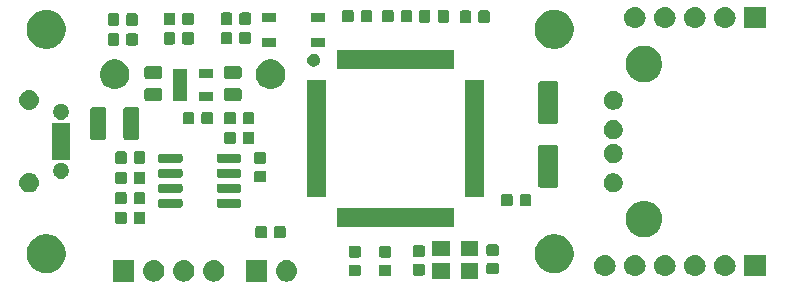
<source format=gts>
G04 #@! TF.GenerationSoftware,KiCad,Pcbnew,(5.1.2)-1*
G04 #@! TF.CreationDate,2022-02-25T21:01:52+09:00*
G04 #@! TF.ProjectId,wcc,7763632e-6b69-4636-9164-5f7063625858,v2.2*
G04 #@! TF.SameCoordinates,Original*
G04 #@! TF.FileFunction,Soldermask,Top*
G04 #@! TF.FilePolarity,Negative*
%FSLAX46Y46*%
G04 Gerber Fmt 4.6, Leading zero omitted, Abs format (unit mm)*
G04 Created by KiCad (PCBNEW (5.1.2)-1) date 2022-02-25 21:01:52*
%MOMM*%
%LPD*%
G04 APERTURE LIST*
%ADD10C,0.100000*%
G04 APERTURE END LIST*
D10*
G36*
X153450443Y-152555519D02*
G01*
X153516627Y-152562037D01*
X153686466Y-152613557D01*
X153842991Y-152697222D01*
X153878729Y-152726552D01*
X153980186Y-152809814D01*
X154062540Y-152910164D01*
X154092778Y-152947009D01*
X154176443Y-153103534D01*
X154227963Y-153273373D01*
X154245359Y-153450000D01*
X154227963Y-153626627D01*
X154176443Y-153796466D01*
X154092778Y-153952991D01*
X154063448Y-153988729D01*
X153980186Y-154090186D01*
X153878729Y-154173448D01*
X153842991Y-154202778D01*
X153686466Y-154286443D01*
X153516627Y-154337963D01*
X153450443Y-154344481D01*
X153384260Y-154351000D01*
X153295740Y-154351000D01*
X153229557Y-154344481D01*
X153163373Y-154337963D01*
X152993534Y-154286443D01*
X152837009Y-154202778D01*
X152801271Y-154173448D01*
X152699814Y-154090186D01*
X152616552Y-153988729D01*
X152587222Y-153952991D01*
X152503557Y-153796466D01*
X152452037Y-153626627D01*
X152434641Y-153450000D01*
X152452037Y-153273373D01*
X152503557Y-153103534D01*
X152587222Y-152947009D01*
X152617460Y-152910164D01*
X152699814Y-152809814D01*
X152801271Y-152726552D01*
X152837009Y-152697222D01*
X152993534Y-152613557D01*
X153163373Y-152562037D01*
X153229557Y-152555519D01*
X153295740Y-152549000D01*
X153384260Y-152549000D01*
X153450443Y-152555519D01*
X153450443Y-152555519D01*
G37*
G36*
X151701000Y-154351000D02*
G01*
X149899000Y-154351000D01*
X149899000Y-152549000D01*
X151701000Y-152549000D01*
X151701000Y-154351000D01*
X151701000Y-154351000D01*
G37*
G36*
X147290443Y-152555519D02*
G01*
X147356627Y-152562037D01*
X147526466Y-152613557D01*
X147682991Y-152697222D01*
X147718729Y-152726552D01*
X147820186Y-152809814D01*
X147902540Y-152910164D01*
X147932778Y-152947009D01*
X148016443Y-153103534D01*
X148067963Y-153273373D01*
X148085359Y-153450000D01*
X148067963Y-153626627D01*
X148016443Y-153796466D01*
X147932778Y-153952991D01*
X147903448Y-153988729D01*
X147820186Y-154090186D01*
X147718729Y-154173448D01*
X147682991Y-154202778D01*
X147526466Y-154286443D01*
X147356627Y-154337963D01*
X147290443Y-154344481D01*
X147224260Y-154351000D01*
X147135740Y-154351000D01*
X147069557Y-154344481D01*
X147003373Y-154337963D01*
X146833534Y-154286443D01*
X146677009Y-154202778D01*
X146641271Y-154173448D01*
X146539814Y-154090186D01*
X146456552Y-153988729D01*
X146427222Y-153952991D01*
X146343557Y-153796466D01*
X146292037Y-153626627D01*
X146274641Y-153450000D01*
X146292037Y-153273373D01*
X146343557Y-153103534D01*
X146427222Y-152947009D01*
X146457460Y-152910164D01*
X146539814Y-152809814D01*
X146641271Y-152726552D01*
X146677009Y-152697222D01*
X146833534Y-152613557D01*
X147003373Y-152562037D01*
X147069557Y-152555519D01*
X147135740Y-152549000D01*
X147224260Y-152549000D01*
X147290443Y-152555519D01*
X147290443Y-152555519D01*
G37*
G36*
X144750443Y-152555519D02*
G01*
X144816627Y-152562037D01*
X144986466Y-152613557D01*
X145142991Y-152697222D01*
X145178729Y-152726552D01*
X145280186Y-152809814D01*
X145362540Y-152910164D01*
X145392778Y-152947009D01*
X145476443Y-153103534D01*
X145527963Y-153273373D01*
X145545359Y-153450000D01*
X145527963Y-153626627D01*
X145476443Y-153796466D01*
X145392778Y-153952991D01*
X145363448Y-153988729D01*
X145280186Y-154090186D01*
X145178729Y-154173448D01*
X145142991Y-154202778D01*
X144986466Y-154286443D01*
X144816627Y-154337963D01*
X144750443Y-154344481D01*
X144684260Y-154351000D01*
X144595740Y-154351000D01*
X144529557Y-154344481D01*
X144463373Y-154337963D01*
X144293534Y-154286443D01*
X144137009Y-154202778D01*
X144101271Y-154173448D01*
X143999814Y-154090186D01*
X143916552Y-153988729D01*
X143887222Y-153952991D01*
X143803557Y-153796466D01*
X143752037Y-153626627D01*
X143734641Y-153450000D01*
X143752037Y-153273373D01*
X143803557Y-153103534D01*
X143887222Y-152947009D01*
X143917460Y-152910164D01*
X143999814Y-152809814D01*
X144101271Y-152726552D01*
X144137009Y-152697222D01*
X144293534Y-152613557D01*
X144463373Y-152562037D01*
X144529557Y-152555519D01*
X144595740Y-152549000D01*
X144684260Y-152549000D01*
X144750443Y-152555519D01*
X144750443Y-152555519D01*
G37*
G36*
X140461000Y-154351000D02*
G01*
X138659000Y-154351000D01*
X138659000Y-152549000D01*
X140461000Y-152549000D01*
X140461000Y-154351000D01*
X140461000Y-154351000D01*
G37*
G36*
X142210443Y-152555519D02*
G01*
X142276627Y-152562037D01*
X142446466Y-152613557D01*
X142602991Y-152697222D01*
X142638729Y-152726552D01*
X142740186Y-152809814D01*
X142822540Y-152910164D01*
X142852778Y-152947009D01*
X142936443Y-153103534D01*
X142987963Y-153273373D01*
X143005359Y-153450000D01*
X142987963Y-153626627D01*
X142936443Y-153796466D01*
X142852778Y-153952991D01*
X142823448Y-153988729D01*
X142740186Y-154090186D01*
X142638729Y-154173448D01*
X142602991Y-154202778D01*
X142446466Y-154286443D01*
X142276627Y-154337963D01*
X142210443Y-154344481D01*
X142144260Y-154351000D01*
X142055740Y-154351000D01*
X141989557Y-154344481D01*
X141923373Y-154337963D01*
X141753534Y-154286443D01*
X141597009Y-154202778D01*
X141561271Y-154173448D01*
X141459814Y-154090186D01*
X141376552Y-153988729D01*
X141347222Y-153952991D01*
X141263557Y-153796466D01*
X141212037Y-153626627D01*
X141194641Y-153450000D01*
X141212037Y-153273373D01*
X141263557Y-153103534D01*
X141347222Y-152947009D01*
X141377460Y-152910164D01*
X141459814Y-152809814D01*
X141561271Y-152726552D01*
X141597009Y-152697222D01*
X141753534Y-152613557D01*
X141923373Y-152562037D01*
X141989557Y-152555519D01*
X142055740Y-152549000D01*
X142144260Y-152549000D01*
X142210443Y-152555519D01*
X142210443Y-152555519D01*
G37*
G36*
X169591000Y-154121000D02*
G01*
X168089000Y-154121000D01*
X168089000Y-152819000D01*
X169591000Y-152819000D01*
X169591000Y-154121000D01*
X169591000Y-154121000D01*
G37*
G36*
X167191000Y-154121000D02*
G01*
X165689000Y-154121000D01*
X165689000Y-152819000D01*
X167191000Y-152819000D01*
X167191000Y-154121000D01*
X167191000Y-154121000D01*
G37*
G36*
X182950443Y-152105519D02*
G01*
X183016627Y-152112037D01*
X183186466Y-152163557D01*
X183342991Y-152247222D01*
X183365066Y-152265339D01*
X183480186Y-152359814D01*
X183563448Y-152461271D01*
X183592778Y-152497009D01*
X183676443Y-152653534D01*
X183727963Y-152823373D01*
X183745359Y-153000000D01*
X183727963Y-153176627D01*
X183676443Y-153346466D01*
X183592778Y-153502991D01*
X183563448Y-153538729D01*
X183480186Y-153640186D01*
X183399856Y-153706110D01*
X183342991Y-153752778D01*
X183342989Y-153752779D01*
X183195514Y-153831607D01*
X183186466Y-153836443D01*
X183016627Y-153887963D01*
X182955331Y-153894000D01*
X182884260Y-153901000D01*
X182795740Y-153901000D01*
X182724669Y-153894000D01*
X182663373Y-153887963D01*
X182493534Y-153836443D01*
X182484487Y-153831607D01*
X182337011Y-153752779D01*
X182337009Y-153752778D01*
X182280144Y-153706110D01*
X182199814Y-153640186D01*
X182116552Y-153538729D01*
X182087222Y-153502991D01*
X182003557Y-153346466D01*
X181952037Y-153176627D01*
X181934641Y-153000000D01*
X181952037Y-152823373D01*
X182003557Y-152653534D01*
X182087222Y-152497009D01*
X182116552Y-152461271D01*
X182199814Y-152359814D01*
X182314934Y-152265339D01*
X182337009Y-152247222D01*
X182493534Y-152163557D01*
X182663373Y-152112037D01*
X182729557Y-152105519D01*
X182795740Y-152099000D01*
X182884260Y-152099000D01*
X182950443Y-152105519D01*
X182950443Y-152105519D01*
G37*
G36*
X185490443Y-152105519D02*
G01*
X185556627Y-152112037D01*
X185726466Y-152163557D01*
X185882991Y-152247222D01*
X185905066Y-152265339D01*
X186020186Y-152359814D01*
X186103448Y-152461271D01*
X186132778Y-152497009D01*
X186216443Y-152653534D01*
X186267963Y-152823373D01*
X186285359Y-153000000D01*
X186267963Y-153176627D01*
X186216443Y-153346466D01*
X186132778Y-153502991D01*
X186103448Y-153538729D01*
X186020186Y-153640186D01*
X185939856Y-153706110D01*
X185882991Y-153752778D01*
X185882989Y-153752779D01*
X185735514Y-153831607D01*
X185726466Y-153836443D01*
X185556627Y-153887963D01*
X185495331Y-153894000D01*
X185424260Y-153901000D01*
X185335740Y-153901000D01*
X185264669Y-153894000D01*
X185203373Y-153887963D01*
X185033534Y-153836443D01*
X185024487Y-153831607D01*
X184877011Y-153752779D01*
X184877009Y-153752778D01*
X184820144Y-153706110D01*
X184739814Y-153640186D01*
X184656552Y-153538729D01*
X184627222Y-153502991D01*
X184543557Y-153346466D01*
X184492037Y-153176627D01*
X184474641Y-153000000D01*
X184492037Y-152823373D01*
X184543557Y-152653534D01*
X184627222Y-152497009D01*
X184656552Y-152461271D01*
X184739814Y-152359814D01*
X184854934Y-152265339D01*
X184877009Y-152247222D01*
X185033534Y-152163557D01*
X185203373Y-152112037D01*
X185269557Y-152105519D01*
X185335740Y-152099000D01*
X185424260Y-152099000D01*
X185490443Y-152105519D01*
X185490443Y-152105519D01*
G37*
G36*
X188030443Y-152105519D02*
G01*
X188096627Y-152112037D01*
X188266466Y-152163557D01*
X188422991Y-152247222D01*
X188445066Y-152265339D01*
X188560186Y-152359814D01*
X188643448Y-152461271D01*
X188672778Y-152497009D01*
X188756443Y-152653534D01*
X188807963Y-152823373D01*
X188825359Y-153000000D01*
X188807963Y-153176627D01*
X188756443Y-153346466D01*
X188672778Y-153502991D01*
X188643448Y-153538729D01*
X188560186Y-153640186D01*
X188479856Y-153706110D01*
X188422991Y-153752778D01*
X188422989Y-153752779D01*
X188275514Y-153831607D01*
X188266466Y-153836443D01*
X188096627Y-153887963D01*
X188035331Y-153894000D01*
X187964260Y-153901000D01*
X187875740Y-153901000D01*
X187804669Y-153894000D01*
X187743373Y-153887963D01*
X187573534Y-153836443D01*
X187564487Y-153831607D01*
X187417011Y-153752779D01*
X187417009Y-153752778D01*
X187360144Y-153706110D01*
X187279814Y-153640186D01*
X187196552Y-153538729D01*
X187167222Y-153502991D01*
X187083557Y-153346466D01*
X187032037Y-153176627D01*
X187014641Y-153000000D01*
X187032037Y-152823373D01*
X187083557Y-152653534D01*
X187167222Y-152497009D01*
X187196552Y-152461271D01*
X187279814Y-152359814D01*
X187394934Y-152265339D01*
X187417009Y-152247222D01*
X187573534Y-152163557D01*
X187743373Y-152112037D01*
X187809557Y-152105519D01*
X187875740Y-152099000D01*
X187964260Y-152099000D01*
X188030443Y-152105519D01*
X188030443Y-152105519D01*
G37*
G36*
X190570443Y-152105519D02*
G01*
X190636627Y-152112037D01*
X190806466Y-152163557D01*
X190962991Y-152247222D01*
X190985066Y-152265339D01*
X191100186Y-152359814D01*
X191183448Y-152461271D01*
X191212778Y-152497009D01*
X191296443Y-152653534D01*
X191347963Y-152823373D01*
X191365359Y-153000000D01*
X191347963Y-153176627D01*
X191296443Y-153346466D01*
X191212778Y-153502991D01*
X191183448Y-153538729D01*
X191100186Y-153640186D01*
X191019856Y-153706110D01*
X190962991Y-153752778D01*
X190962989Y-153752779D01*
X190815514Y-153831607D01*
X190806466Y-153836443D01*
X190636627Y-153887963D01*
X190575331Y-153894000D01*
X190504260Y-153901000D01*
X190415740Y-153901000D01*
X190344669Y-153894000D01*
X190283373Y-153887963D01*
X190113534Y-153836443D01*
X190104487Y-153831607D01*
X189957011Y-153752779D01*
X189957009Y-153752778D01*
X189900144Y-153706110D01*
X189819814Y-153640186D01*
X189736552Y-153538729D01*
X189707222Y-153502991D01*
X189623557Y-153346466D01*
X189572037Y-153176627D01*
X189554641Y-153000000D01*
X189572037Y-152823373D01*
X189623557Y-152653534D01*
X189707222Y-152497009D01*
X189736552Y-152461271D01*
X189819814Y-152359814D01*
X189934934Y-152265339D01*
X189957009Y-152247222D01*
X190113534Y-152163557D01*
X190283373Y-152112037D01*
X190349557Y-152105519D01*
X190415740Y-152099000D01*
X190504260Y-152099000D01*
X190570443Y-152105519D01*
X190570443Y-152105519D01*
G37*
G36*
X193901000Y-153901000D02*
G01*
X192099000Y-153901000D01*
X192099000Y-152099000D01*
X193901000Y-152099000D01*
X193901000Y-153901000D01*
X193901000Y-153901000D01*
G37*
G36*
X180410443Y-152105519D02*
G01*
X180476627Y-152112037D01*
X180646466Y-152163557D01*
X180802991Y-152247222D01*
X180825066Y-152265339D01*
X180940186Y-152359814D01*
X181023448Y-152461271D01*
X181052778Y-152497009D01*
X181136443Y-152653534D01*
X181187963Y-152823373D01*
X181205359Y-153000000D01*
X181187963Y-153176627D01*
X181136443Y-153346466D01*
X181052778Y-153502991D01*
X181023448Y-153538729D01*
X180940186Y-153640186D01*
X180859856Y-153706110D01*
X180802991Y-153752778D01*
X180802989Y-153752779D01*
X180655514Y-153831607D01*
X180646466Y-153836443D01*
X180476627Y-153887963D01*
X180415331Y-153894000D01*
X180344260Y-153901000D01*
X180255740Y-153901000D01*
X180184669Y-153894000D01*
X180123373Y-153887963D01*
X179953534Y-153836443D01*
X179944487Y-153831607D01*
X179797011Y-153752779D01*
X179797009Y-153752778D01*
X179740144Y-153706110D01*
X179659814Y-153640186D01*
X179576552Y-153538729D01*
X179547222Y-153502991D01*
X179463557Y-153346466D01*
X179412037Y-153176627D01*
X179394641Y-153000000D01*
X179412037Y-152823373D01*
X179463557Y-152653534D01*
X179547222Y-152497009D01*
X179576552Y-152461271D01*
X179659814Y-152359814D01*
X179774934Y-152265339D01*
X179797009Y-152247222D01*
X179953534Y-152163557D01*
X180123373Y-152112037D01*
X180189557Y-152105519D01*
X180255740Y-152099000D01*
X180344260Y-152099000D01*
X180410443Y-152105519D01*
X180410443Y-152105519D01*
G37*
G36*
X162069591Y-152921085D02*
G01*
X162103569Y-152931393D01*
X162134890Y-152948134D01*
X162162339Y-152970661D01*
X162184866Y-152998110D01*
X162201607Y-153029431D01*
X162211915Y-153063409D01*
X162216000Y-153104890D01*
X162216000Y-153706110D01*
X162211915Y-153747591D01*
X162201607Y-153781569D01*
X162184866Y-153812890D01*
X162162339Y-153840339D01*
X162134890Y-153862866D01*
X162103569Y-153879607D01*
X162069591Y-153889915D01*
X162028110Y-153894000D01*
X161351890Y-153894000D01*
X161310409Y-153889915D01*
X161276431Y-153879607D01*
X161245110Y-153862866D01*
X161217661Y-153840339D01*
X161195134Y-153812890D01*
X161178393Y-153781569D01*
X161168085Y-153747591D01*
X161164000Y-153706110D01*
X161164000Y-153104890D01*
X161168085Y-153063409D01*
X161178393Y-153029431D01*
X161195134Y-152998110D01*
X161217661Y-152970661D01*
X161245110Y-152948134D01*
X161276431Y-152931393D01*
X161310409Y-152921085D01*
X161351890Y-152917000D01*
X162028110Y-152917000D01*
X162069591Y-152921085D01*
X162069591Y-152921085D01*
G37*
G36*
X159499591Y-152921085D02*
G01*
X159533569Y-152931393D01*
X159564890Y-152948134D01*
X159592339Y-152970661D01*
X159614866Y-152998110D01*
X159631607Y-153029431D01*
X159641915Y-153063409D01*
X159646000Y-153104890D01*
X159646000Y-153706110D01*
X159641915Y-153747591D01*
X159631607Y-153781569D01*
X159614866Y-153812890D01*
X159592339Y-153840339D01*
X159564890Y-153862866D01*
X159533569Y-153879607D01*
X159499591Y-153889915D01*
X159458110Y-153894000D01*
X158781890Y-153894000D01*
X158740409Y-153889915D01*
X158706431Y-153879607D01*
X158675110Y-153862866D01*
X158647661Y-153840339D01*
X158625134Y-153812890D01*
X158608393Y-153781569D01*
X158598085Y-153747591D01*
X158594000Y-153706110D01*
X158594000Y-153104890D01*
X158598085Y-153063409D01*
X158608393Y-153029431D01*
X158625134Y-152998110D01*
X158647661Y-152970661D01*
X158675110Y-152948134D01*
X158706431Y-152931393D01*
X158740409Y-152921085D01*
X158781890Y-152917000D01*
X159458110Y-152917000D01*
X159499591Y-152921085D01*
X159499591Y-152921085D01*
G37*
G36*
X164919591Y-152873085D02*
G01*
X164953569Y-152883393D01*
X164984890Y-152900134D01*
X165012339Y-152922661D01*
X165034866Y-152950110D01*
X165051607Y-152981431D01*
X165061915Y-153015409D01*
X165066000Y-153056890D01*
X165066000Y-153658110D01*
X165061915Y-153699591D01*
X165051607Y-153733569D01*
X165034866Y-153764890D01*
X165012339Y-153792339D01*
X164984890Y-153814866D01*
X164953569Y-153831607D01*
X164919591Y-153841915D01*
X164878110Y-153846000D01*
X164201890Y-153846000D01*
X164160409Y-153841915D01*
X164126431Y-153831607D01*
X164095110Y-153814866D01*
X164067661Y-153792339D01*
X164045134Y-153764890D01*
X164028393Y-153733569D01*
X164018085Y-153699591D01*
X164014000Y-153658110D01*
X164014000Y-153056890D01*
X164018085Y-153015409D01*
X164028393Y-152981431D01*
X164045134Y-152950110D01*
X164067661Y-152922661D01*
X164095110Y-152900134D01*
X164126431Y-152883393D01*
X164160409Y-152873085D01*
X164201890Y-152869000D01*
X164878110Y-152869000D01*
X164919591Y-152873085D01*
X164919591Y-152873085D01*
G37*
G36*
X171169591Y-152773085D02*
G01*
X171203569Y-152783393D01*
X171234890Y-152800134D01*
X171262339Y-152822661D01*
X171284866Y-152850110D01*
X171301607Y-152881431D01*
X171311915Y-152915409D01*
X171316000Y-152956890D01*
X171316000Y-153558110D01*
X171311915Y-153599591D01*
X171301607Y-153633569D01*
X171284866Y-153664890D01*
X171262339Y-153692339D01*
X171234890Y-153714866D01*
X171203569Y-153731607D01*
X171169591Y-153741915D01*
X171128110Y-153746000D01*
X170451890Y-153746000D01*
X170410409Y-153741915D01*
X170376431Y-153731607D01*
X170345110Y-153714866D01*
X170317661Y-153692339D01*
X170295134Y-153664890D01*
X170278393Y-153633569D01*
X170268085Y-153599591D01*
X170264000Y-153558110D01*
X170264000Y-152956890D01*
X170268085Y-152915409D01*
X170278393Y-152881431D01*
X170295134Y-152850110D01*
X170317661Y-152822661D01*
X170345110Y-152800134D01*
X170376431Y-152783393D01*
X170410409Y-152773085D01*
X170451890Y-152769000D01*
X171128110Y-152769000D01*
X171169591Y-152773085D01*
X171169591Y-152773085D01*
G37*
G36*
X176375256Y-150391298D02*
G01*
X176481579Y-150412447D01*
X176782042Y-150536903D01*
X177052451Y-150717585D01*
X177282415Y-150947549D01*
X177463097Y-151217958D01*
X177463098Y-151217960D01*
X177482806Y-151265539D01*
X177587553Y-151518421D01*
X177601045Y-151586250D01*
X177651000Y-151837389D01*
X177651000Y-152162611D01*
X177619892Y-152319000D01*
X177587553Y-152481579D01*
X177463097Y-152782042D01*
X177282415Y-153052451D01*
X177052451Y-153282415D01*
X176782042Y-153463097D01*
X176481579Y-153587553D01*
X176375256Y-153608702D01*
X176162611Y-153651000D01*
X175837389Y-153651000D01*
X175624744Y-153608702D01*
X175518421Y-153587553D01*
X175217958Y-153463097D01*
X174947549Y-153282415D01*
X174717585Y-153052451D01*
X174536903Y-152782042D01*
X174412447Y-152481579D01*
X174380108Y-152319000D01*
X174349000Y-152162611D01*
X174349000Y-151837389D01*
X174398955Y-151586250D01*
X174412447Y-151518421D01*
X174517194Y-151265539D01*
X174536902Y-151217960D01*
X174536903Y-151217958D01*
X174717585Y-150947549D01*
X174947549Y-150717585D01*
X175217958Y-150536903D01*
X175518421Y-150412447D01*
X175624744Y-150391298D01*
X175837389Y-150349000D01*
X176162611Y-150349000D01*
X176375256Y-150391298D01*
X176375256Y-150391298D01*
G37*
G36*
X133375256Y-150391298D02*
G01*
X133481579Y-150412447D01*
X133782042Y-150536903D01*
X134052451Y-150717585D01*
X134282415Y-150947549D01*
X134463097Y-151217958D01*
X134463098Y-151217960D01*
X134482806Y-151265539D01*
X134587553Y-151518421D01*
X134601045Y-151586250D01*
X134651000Y-151837389D01*
X134651000Y-152162611D01*
X134619892Y-152319000D01*
X134587553Y-152481579D01*
X134463097Y-152782042D01*
X134282415Y-153052451D01*
X134052451Y-153282415D01*
X133782042Y-153463097D01*
X133481579Y-153587553D01*
X133375256Y-153608702D01*
X133162611Y-153651000D01*
X132837389Y-153651000D01*
X132624744Y-153608702D01*
X132518421Y-153587553D01*
X132217958Y-153463097D01*
X131947549Y-153282415D01*
X131717585Y-153052451D01*
X131536903Y-152782042D01*
X131412447Y-152481579D01*
X131380108Y-152319000D01*
X131349000Y-152162611D01*
X131349000Y-151837389D01*
X131398955Y-151586250D01*
X131412447Y-151518421D01*
X131517194Y-151265539D01*
X131536902Y-151217960D01*
X131536903Y-151217958D01*
X131717585Y-150947549D01*
X131947549Y-150717585D01*
X132217958Y-150536903D01*
X132518421Y-150412447D01*
X132624744Y-150391298D01*
X132837389Y-150349000D01*
X133162611Y-150349000D01*
X133375256Y-150391298D01*
X133375256Y-150391298D01*
G37*
G36*
X162069591Y-151346085D02*
G01*
X162103569Y-151356393D01*
X162134890Y-151373134D01*
X162162339Y-151395661D01*
X162184866Y-151423110D01*
X162201607Y-151454431D01*
X162211915Y-151488409D01*
X162216000Y-151529890D01*
X162216000Y-152131110D01*
X162211915Y-152172591D01*
X162201607Y-152206569D01*
X162184866Y-152237890D01*
X162162339Y-152265339D01*
X162134890Y-152287866D01*
X162103569Y-152304607D01*
X162069591Y-152314915D01*
X162028110Y-152319000D01*
X161351890Y-152319000D01*
X161310409Y-152314915D01*
X161276431Y-152304607D01*
X161245110Y-152287866D01*
X161217661Y-152265339D01*
X161195134Y-152237890D01*
X161178393Y-152206569D01*
X161168085Y-152172591D01*
X161164000Y-152131110D01*
X161164000Y-151529890D01*
X161168085Y-151488409D01*
X161178393Y-151454431D01*
X161195134Y-151423110D01*
X161217661Y-151395661D01*
X161245110Y-151373134D01*
X161276431Y-151356393D01*
X161310409Y-151346085D01*
X161351890Y-151342000D01*
X162028110Y-151342000D01*
X162069591Y-151346085D01*
X162069591Y-151346085D01*
G37*
G36*
X159499591Y-151346085D02*
G01*
X159533569Y-151356393D01*
X159564890Y-151373134D01*
X159592339Y-151395661D01*
X159614866Y-151423110D01*
X159631607Y-151454431D01*
X159641915Y-151488409D01*
X159646000Y-151529890D01*
X159646000Y-152131110D01*
X159641915Y-152172591D01*
X159631607Y-152206569D01*
X159614866Y-152237890D01*
X159592339Y-152265339D01*
X159564890Y-152287866D01*
X159533569Y-152304607D01*
X159499591Y-152314915D01*
X159458110Y-152319000D01*
X158781890Y-152319000D01*
X158740409Y-152314915D01*
X158706431Y-152304607D01*
X158675110Y-152287866D01*
X158647661Y-152265339D01*
X158625134Y-152237890D01*
X158608393Y-152206569D01*
X158598085Y-152172591D01*
X158594000Y-152131110D01*
X158594000Y-151529890D01*
X158598085Y-151488409D01*
X158608393Y-151454431D01*
X158625134Y-151423110D01*
X158647661Y-151395661D01*
X158675110Y-151373134D01*
X158706431Y-151356393D01*
X158740409Y-151346085D01*
X158781890Y-151342000D01*
X159458110Y-151342000D01*
X159499591Y-151346085D01*
X159499591Y-151346085D01*
G37*
G36*
X164919591Y-151298085D02*
G01*
X164953569Y-151308393D01*
X164984890Y-151325134D01*
X165012339Y-151347661D01*
X165034866Y-151375110D01*
X165051607Y-151406431D01*
X165061915Y-151440409D01*
X165066000Y-151481890D01*
X165066000Y-152083110D01*
X165061915Y-152124591D01*
X165051607Y-152158569D01*
X165034866Y-152189890D01*
X165012339Y-152217339D01*
X164984890Y-152239866D01*
X164953569Y-152256607D01*
X164919591Y-152266915D01*
X164878110Y-152271000D01*
X164201890Y-152271000D01*
X164160409Y-152266915D01*
X164126431Y-152256607D01*
X164095110Y-152239866D01*
X164067661Y-152217339D01*
X164045134Y-152189890D01*
X164028393Y-152158569D01*
X164018085Y-152124591D01*
X164014000Y-152083110D01*
X164014000Y-151481890D01*
X164018085Y-151440409D01*
X164028393Y-151406431D01*
X164045134Y-151375110D01*
X164067661Y-151347661D01*
X164095110Y-151325134D01*
X164126431Y-151308393D01*
X164160409Y-151298085D01*
X164201890Y-151294000D01*
X164878110Y-151294000D01*
X164919591Y-151298085D01*
X164919591Y-151298085D01*
G37*
G36*
X169591000Y-152221000D02*
G01*
X168089000Y-152221000D01*
X168089000Y-150919000D01*
X169591000Y-150919000D01*
X169591000Y-152221000D01*
X169591000Y-152221000D01*
G37*
G36*
X167191000Y-152221000D02*
G01*
X165689000Y-152221000D01*
X165689000Y-150919000D01*
X167191000Y-150919000D01*
X167191000Y-152221000D01*
X167191000Y-152221000D01*
G37*
G36*
X171169591Y-151198085D02*
G01*
X171203569Y-151208393D01*
X171234890Y-151225134D01*
X171262339Y-151247661D01*
X171284866Y-151275110D01*
X171301607Y-151306431D01*
X171311915Y-151340409D01*
X171316000Y-151381890D01*
X171316000Y-151983110D01*
X171311915Y-152024591D01*
X171301607Y-152058569D01*
X171284866Y-152089890D01*
X171262339Y-152117339D01*
X171234890Y-152139866D01*
X171203569Y-152156607D01*
X171169591Y-152166915D01*
X171128110Y-152171000D01*
X170451890Y-152171000D01*
X170410409Y-152166915D01*
X170376431Y-152156607D01*
X170345110Y-152139866D01*
X170317661Y-152117339D01*
X170295134Y-152089890D01*
X170278393Y-152058569D01*
X170268085Y-152024591D01*
X170264000Y-151983110D01*
X170264000Y-151381890D01*
X170268085Y-151340409D01*
X170278393Y-151306431D01*
X170295134Y-151275110D01*
X170317661Y-151247661D01*
X170345110Y-151225134D01*
X170376431Y-151208393D01*
X170410409Y-151198085D01*
X170451890Y-151194000D01*
X171128110Y-151194000D01*
X171169591Y-151198085D01*
X171169591Y-151198085D01*
G37*
G36*
X151542591Y-149648085D02*
G01*
X151576569Y-149658393D01*
X151607890Y-149675134D01*
X151635339Y-149697661D01*
X151657866Y-149725110D01*
X151674607Y-149756431D01*
X151684915Y-149790409D01*
X151689000Y-149831890D01*
X151689000Y-150508110D01*
X151684915Y-150549591D01*
X151674607Y-150583569D01*
X151657866Y-150614890D01*
X151635339Y-150642339D01*
X151607890Y-150664866D01*
X151576569Y-150681607D01*
X151542591Y-150691915D01*
X151501110Y-150696000D01*
X150899890Y-150696000D01*
X150858409Y-150691915D01*
X150824431Y-150681607D01*
X150793110Y-150664866D01*
X150765661Y-150642339D01*
X150743134Y-150614890D01*
X150726393Y-150583569D01*
X150716085Y-150549591D01*
X150712000Y-150508110D01*
X150712000Y-149831890D01*
X150716085Y-149790409D01*
X150726393Y-149756431D01*
X150743134Y-149725110D01*
X150765661Y-149697661D01*
X150793110Y-149675134D01*
X150824431Y-149658393D01*
X150858409Y-149648085D01*
X150899890Y-149644000D01*
X151501110Y-149644000D01*
X151542591Y-149648085D01*
X151542591Y-149648085D01*
G37*
G36*
X153117591Y-149648085D02*
G01*
X153151569Y-149658393D01*
X153182890Y-149675134D01*
X153210339Y-149697661D01*
X153232866Y-149725110D01*
X153249607Y-149756431D01*
X153259915Y-149790409D01*
X153264000Y-149831890D01*
X153264000Y-150508110D01*
X153259915Y-150549591D01*
X153249607Y-150583569D01*
X153232866Y-150614890D01*
X153210339Y-150642339D01*
X153182890Y-150664866D01*
X153151569Y-150681607D01*
X153117591Y-150691915D01*
X153076110Y-150696000D01*
X152474890Y-150696000D01*
X152433409Y-150691915D01*
X152399431Y-150681607D01*
X152368110Y-150664866D01*
X152340661Y-150642339D01*
X152318134Y-150614890D01*
X152301393Y-150583569D01*
X152291085Y-150549591D01*
X152287000Y-150508110D01*
X152287000Y-149831890D01*
X152291085Y-149790409D01*
X152301393Y-149756431D01*
X152318134Y-149725110D01*
X152340661Y-149697661D01*
X152368110Y-149675134D01*
X152399431Y-149658393D01*
X152433409Y-149648085D01*
X152474890Y-149644000D01*
X153076110Y-149644000D01*
X153117591Y-149648085D01*
X153117591Y-149648085D01*
G37*
G36*
X183902585Y-147548802D02*
G01*
X184052410Y-147578604D01*
X184334674Y-147695521D01*
X184588705Y-147865259D01*
X184804741Y-148081295D01*
X184974479Y-148335326D01*
X185091396Y-148617590D01*
X185101473Y-148668250D01*
X185151000Y-148917239D01*
X185151000Y-149222761D01*
X185129750Y-149329591D01*
X185091396Y-149522410D01*
X184974479Y-149804674D01*
X184804741Y-150058705D01*
X184588705Y-150274741D01*
X184334674Y-150444479D01*
X184052410Y-150561396D01*
X183902585Y-150591198D01*
X183752761Y-150621000D01*
X183447239Y-150621000D01*
X183297415Y-150591198D01*
X183147590Y-150561396D01*
X182865326Y-150444479D01*
X182611295Y-150274741D01*
X182395259Y-150058705D01*
X182225521Y-149804674D01*
X182108604Y-149522410D01*
X182070250Y-149329591D01*
X182049000Y-149222761D01*
X182049000Y-148917239D01*
X182098527Y-148668250D01*
X182108604Y-148617590D01*
X182225521Y-148335326D01*
X182395259Y-148081295D01*
X182611295Y-147865259D01*
X182865326Y-147695521D01*
X183147590Y-147578604D01*
X183297415Y-147548802D01*
X183447239Y-147519000D01*
X183752761Y-147519000D01*
X183902585Y-147548802D01*
X183902585Y-147548802D01*
G37*
G36*
X167541000Y-149741000D02*
G01*
X157639000Y-149741000D01*
X157639000Y-148139000D01*
X167541000Y-148139000D01*
X167541000Y-149741000D01*
X167541000Y-149741000D01*
G37*
G36*
X139664591Y-148428085D02*
G01*
X139698569Y-148438393D01*
X139729890Y-148455134D01*
X139757339Y-148477661D01*
X139779866Y-148505110D01*
X139796607Y-148536431D01*
X139806915Y-148570409D01*
X139811000Y-148611890D01*
X139811000Y-149288110D01*
X139806915Y-149329591D01*
X139796607Y-149363569D01*
X139779866Y-149394890D01*
X139757339Y-149422339D01*
X139729890Y-149444866D01*
X139698569Y-149461607D01*
X139664591Y-149471915D01*
X139623110Y-149476000D01*
X139021890Y-149476000D01*
X138980409Y-149471915D01*
X138946431Y-149461607D01*
X138915110Y-149444866D01*
X138887661Y-149422339D01*
X138865134Y-149394890D01*
X138848393Y-149363569D01*
X138838085Y-149329591D01*
X138834000Y-149288110D01*
X138834000Y-148611890D01*
X138838085Y-148570409D01*
X138848393Y-148536431D01*
X138865134Y-148505110D01*
X138887661Y-148477661D01*
X138915110Y-148455134D01*
X138946431Y-148438393D01*
X138980409Y-148428085D01*
X139021890Y-148424000D01*
X139623110Y-148424000D01*
X139664591Y-148428085D01*
X139664591Y-148428085D01*
G37*
G36*
X141239591Y-148428085D02*
G01*
X141273569Y-148438393D01*
X141304890Y-148455134D01*
X141332339Y-148477661D01*
X141354866Y-148505110D01*
X141371607Y-148536431D01*
X141381915Y-148570409D01*
X141386000Y-148611890D01*
X141386000Y-149288110D01*
X141381915Y-149329591D01*
X141371607Y-149363569D01*
X141354866Y-149394890D01*
X141332339Y-149422339D01*
X141304890Y-149444866D01*
X141273569Y-149461607D01*
X141239591Y-149471915D01*
X141198110Y-149476000D01*
X140596890Y-149476000D01*
X140555409Y-149471915D01*
X140521431Y-149461607D01*
X140490110Y-149444866D01*
X140462661Y-149422339D01*
X140440134Y-149394890D01*
X140423393Y-149363569D01*
X140413085Y-149329591D01*
X140409000Y-149288110D01*
X140409000Y-148611890D01*
X140413085Y-148570409D01*
X140423393Y-148536431D01*
X140440134Y-148505110D01*
X140462661Y-148477661D01*
X140490110Y-148455134D01*
X140521431Y-148438393D01*
X140555409Y-148428085D01*
X140596890Y-148424000D01*
X141198110Y-148424000D01*
X141239591Y-148428085D01*
X141239591Y-148428085D01*
G37*
G36*
X144449928Y-147386764D02*
G01*
X144471009Y-147393160D01*
X144490445Y-147403548D01*
X144507476Y-147417524D01*
X144521452Y-147434555D01*
X144531840Y-147453991D01*
X144538236Y-147475072D01*
X144541000Y-147503140D01*
X144541000Y-147966860D01*
X144538236Y-147994928D01*
X144531840Y-148016009D01*
X144521452Y-148035445D01*
X144507476Y-148052476D01*
X144490445Y-148066452D01*
X144471009Y-148076840D01*
X144449928Y-148083236D01*
X144421860Y-148086000D01*
X142608140Y-148086000D01*
X142580072Y-148083236D01*
X142558991Y-148076840D01*
X142539555Y-148066452D01*
X142522524Y-148052476D01*
X142508548Y-148035445D01*
X142498160Y-148016009D01*
X142491764Y-147994928D01*
X142489000Y-147966860D01*
X142489000Y-147503140D01*
X142491764Y-147475072D01*
X142498160Y-147453991D01*
X142508548Y-147434555D01*
X142522524Y-147417524D01*
X142539555Y-147403548D01*
X142558991Y-147393160D01*
X142580072Y-147386764D01*
X142608140Y-147384000D01*
X144421860Y-147384000D01*
X144449928Y-147386764D01*
X144449928Y-147386764D01*
G37*
G36*
X149399928Y-147386764D02*
G01*
X149421009Y-147393160D01*
X149440445Y-147403548D01*
X149457476Y-147417524D01*
X149471452Y-147434555D01*
X149481840Y-147453991D01*
X149488236Y-147475072D01*
X149491000Y-147503140D01*
X149491000Y-147966860D01*
X149488236Y-147994928D01*
X149481840Y-148016009D01*
X149471452Y-148035445D01*
X149457476Y-148052476D01*
X149440445Y-148066452D01*
X149421009Y-148076840D01*
X149399928Y-148083236D01*
X149371860Y-148086000D01*
X147558140Y-148086000D01*
X147530072Y-148083236D01*
X147508991Y-148076840D01*
X147489555Y-148066452D01*
X147472524Y-148052476D01*
X147458548Y-148035445D01*
X147448160Y-148016009D01*
X147441764Y-147994928D01*
X147439000Y-147966860D01*
X147439000Y-147503140D01*
X147441764Y-147475072D01*
X147448160Y-147453991D01*
X147458548Y-147434555D01*
X147472524Y-147417524D01*
X147489555Y-147403548D01*
X147508991Y-147393160D01*
X147530072Y-147386764D01*
X147558140Y-147384000D01*
X149371860Y-147384000D01*
X149399928Y-147386764D01*
X149399928Y-147386764D01*
G37*
G36*
X173909591Y-146948085D02*
G01*
X173943569Y-146958393D01*
X173974890Y-146975134D01*
X174002339Y-146997661D01*
X174024866Y-147025110D01*
X174041607Y-147056431D01*
X174051915Y-147090409D01*
X174056000Y-147131890D01*
X174056000Y-147808110D01*
X174051915Y-147849591D01*
X174041607Y-147883569D01*
X174024866Y-147914890D01*
X174002339Y-147942339D01*
X173974890Y-147964866D01*
X173943569Y-147981607D01*
X173909591Y-147991915D01*
X173868110Y-147996000D01*
X173266890Y-147996000D01*
X173225409Y-147991915D01*
X173191431Y-147981607D01*
X173160110Y-147964866D01*
X173132661Y-147942339D01*
X173110134Y-147914890D01*
X173093393Y-147883569D01*
X173083085Y-147849591D01*
X173079000Y-147808110D01*
X173079000Y-147131890D01*
X173083085Y-147090409D01*
X173093393Y-147056431D01*
X173110134Y-147025110D01*
X173132661Y-146997661D01*
X173160110Y-146975134D01*
X173191431Y-146958393D01*
X173225409Y-146948085D01*
X173266890Y-146944000D01*
X173868110Y-146944000D01*
X173909591Y-146948085D01*
X173909591Y-146948085D01*
G37*
G36*
X172334591Y-146948085D02*
G01*
X172368569Y-146958393D01*
X172399890Y-146975134D01*
X172427339Y-146997661D01*
X172449866Y-147025110D01*
X172466607Y-147056431D01*
X172476915Y-147090409D01*
X172481000Y-147131890D01*
X172481000Y-147808110D01*
X172476915Y-147849591D01*
X172466607Y-147883569D01*
X172449866Y-147914890D01*
X172427339Y-147942339D01*
X172399890Y-147964866D01*
X172368569Y-147981607D01*
X172334591Y-147991915D01*
X172293110Y-147996000D01*
X171691890Y-147996000D01*
X171650409Y-147991915D01*
X171616431Y-147981607D01*
X171585110Y-147964866D01*
X171557661Y-147942339D01*
X171535134Y-147914890D01*
X171518393Y-147883569D01*
X171508085Y-147849591D01*
X171504000Y-147808110D01*
X171504000Y-147131890D01*
X171508085Y-147090409D01*
X171518393Y-147056431D01*
X171535134Y-147025110D01*
X171557661Y-146997661D01*
X171585110Y-146975134D01*
X171616431Y-146958393D01*
X171650409Y-146948085D01*
X171691890Y-146944000D01*
X172293110Y-146944000D01*
X172334591Y-146948085D01*
X172334591Y-146948085D01*
G37*
G36*
X141227591Y-146768085D02*
G01*
X141261569Y-146778393D01*
X141292890Y-146795134D01*
X141320339Y-146817661D01*
X141342866Y-146845110D01*
X141359607Y-146876431D01*
X141369915Y-146910409D01*
X141374000Y-146951890D01*
X141374000Y-147628110D01*
X141369915Y-147669591D01*
X141359607Y-147703569D01*
X141342866Y-147734890D01*
X141320339Y-147762339D01*
X141292890Y-147784866D01*
X141261569Y-147801607D01*
X141227591Y-147811915D01*
X141186110Y-147816000D01*
X140584890Y-147816000D01*
X140543409Y-147811915D01*
X140509431Y-147801607D01*
X140478110Y-147784866D01*
X140450661Y-147762339D01*
X140428134Y-147734890D01*
X140411393Y-147703569D01*
X140401085Y-147669591D01*
X140397000Y-147628110D01*
X140397000Y-146951890D01*
X140401085Y-146910409D01*
X140411393Y-146876431D01*
X140428134Y-146845110D01*
X140450661Y-146817661D01*
X140478110Y-146795134D01*
X140509431Y-146778393D01*
X140543409Y-146768085D01*
X140584890Y-146764000D01*
X141186110Y-146764000D01*
X141227591Y-146768085D01*
X141227591Y-146768085D01*
G37*
G36*
X139652591Y-146768085D02*
G01*
X139686569Y-146778393D01*
X139717890Y-146795134D01*
X139745339Y-146817661D01*
X139767866Y-146845110D01*
X139784607Y-146876431D01*
X139794915Y-146910409D01*
X139799000Y-146951890D01*
X139799000Y-147628110D01*
X139794915Y-147669591D01*
X139784607Y-147703569D01*
X139767866Y-147734890D01*
X139745339Y-147762339D01*
X139717890Y-147784866D01*
X139686569Y-147801607D01*
X139652591Y-147811915D01*
X139611110Y-147816000D01*
X139009890Y-147816000D01*
X138968409Y-147811915D01*
X138934431Y-147801607D01*
X138903110Y-147784866D01*
X138875661Y-147762339D01*
X138853134Y-147734890D01*
X138836393Y-147703569D01*
X138826085Y-147669591D01*
X138822000Y-147628110D01*
X138822000Y-146951890D01*
X138826085Y-146910409D01*
X138836393Y-146876431D01*
X138853134Y-146845110D01*
X138875661Y-146817661D01*
X138903110Y-146795134D01*
X138934431Y-146778393D01*
X138968409Y-146768085D01*
X139009890Y-146764000D01*
X139611110Y-146764000D01*
X139652591Y-146768085D01*
X139652591Y-146768085D01*
G37*
G36*
X170091000Y-147191000D02*
G01*
X168489000Y-147191000D01*
X168489000Y-137289000D01*
X170091000Y-137289000D01*
X170091000Y-147191000D01*
X170091000Y-147191000D01*
G37*
G36*
X156691000Y-147191000D02*
G01*
X155089000Y-147191000D01*
X155089000Y-137289000D01*
X156691000Y-137289000D01*
X156691000Y-147191000D01*
X156691000Y-147191000D01*
G37*
G36*
X149399928Y-146116764D02*
G01*
X149421009Y-146123160D01*
X149440445Y-146133548D01*
X149457476Y-146147524D01*
X149471452Y-146164555D01*
X149481840Y-146183991D01*
X149488236Y-146205072D01*
X149491000Y-146233140D01*
X149491000Y-146696860D01*
X149488236Y-146724928D01*
X149481840Y-146746009D01*
X149471452Y-146765445D01*
X149457476Y-146782476D01*
X149440445Y-146796452D01*
X149421009Y-146806840D01*
X149399928Y-146813236D01*
X149371860Y-146816000D01*
X147558140Y-146816000D01*
X147530072Y-146813236D01*
X147508991Y-146806840D01*
X147489555Y-146796452D01*
X147472524Y-146782476D01*
X147458548Y-146765445D01*
X147448160Y-146746009D01*
X147441764Y-146724928D01*
X147439000Y-146696860D01*
X147439000Y-146233140D01*
X147441764Y-146205072D01*
X147448160Y-146183991D01*
X147458548Y-146164555D01*
X147472524Y-146147524D01*
X147489555Y-146133548D01*
X147508991Y-146123160D01*
X147530072Y-146116764D01*
X147558140Y-146114000D01*
X149371860Y-146114000D01*
X149399928Y-146116764D01*
X149399928Y-146116764D01*
G37*
G36*
X144449928Y-146116764D02*
G01*
X144471009Y-146123160D01*
X144490445Y-146133548D01*
X144507476Y-146147524D01*
X144521452Y-146164555D01*
X144531840Y-146183991D01*
X144538236Y-146205072D01*
X144541000Y-146233140D01*
X144541000Y-146696860D01*
X144538236Y-146724928D01*
X144531840Y-146746009D01*
X144521452Y-146765445D01*
X144507476Y-146782476D01*
X144490445Y-146796452D01*
X144471009Y-146806840D01*
X144449928Y-146813236D01*
X144421860Y-146816000D01*
X142608140Y-146816000D01*
X142580072Y-146813236D01*
X142558991Y-146806840D01*
X142539555Y-146796452D01*
X142522524Y-146782476D01*
X142508548Y-146765445D01*
X142498160Y-146746009D01*
X142491764Y-146724928D01*
X142489000Y-146696860D01*
X142489000Y-146233140D01*
X142491764Y-146205072D01*
X142498160Y-146183991D01*
X142508548Y-146164555D01*
X142522524Y-146147524D01*
X142539555Y-146133548D01*
X142558991Y-146123160D01*
X142580072Y-146116764D01*
X142608140Y-146114000D01*
X144421860Y-146114000D01*
X144449928Y-146116764D01*
X144449928Y-146116764D01*
G37*
G36*
X181237142Y-145218242D02*
G01*
X181385101Y-145279529D01*
X181518255Y-145368499D01*
X181631501Y-145481745D01*
X181720471Y-145614899D01*
X181781758Y-145762858D01*
X181813000Y-145919925D01*
X181813000Y-146080075D01*
X181781758Y-146237142D01*
X181720471Y-146385101D01*
X181631501Y-146518255D01*
X181518255Y-146631501D01*
X181385101Y-146720471D01*
X181237142Y-146781758D01*
X181080075Y-146813000D01*
X180919925Y-146813000D01*
X180762858Y-146781758D01*
X180614899Y-146720471D01*
X180481745Y-146631501D01*
X180368499Y-146518255D01*
X180279529Y-146385101D01*
X180218242Y-146237142D01*
X180187000Y-146080075D01*
X180187000Y-145919925D01*
X180218242Y-145762858D01*
X180279529Y-145614899D01*
X180368499Y-145481745D01*
X180481745Y-145368499D01*
X180614899Y-145279529D01*
X180762858Y-145218242D01*
X180919925Y-145187000D01*
X181080075Y-145187000D01*
X181237142Y-145218242D01*
X181237142Y-145218242D01*
G37*
G36*
X131651248Y-145159976D02*
G01*
X131711924Y-145165952D01*
X131867626Y-145213184D01*
X131867628Y-145213185D01*
X132011121Y-145289883D01*
X132136896Y-145393104D01*
X132240117Y-145518879D01*
X132308181Y-145646219D01*
X132316816Y-145662374D01*
X132364048Y-145818076D01*
X132379996Y-145980000D01*
X132364048Y-146141924D01*
X132316816Y-146297626D01*
X132316815Y-146297628D01*
X132240117Y-146441121D01*
X132136896Y-146566896D01*
X132011121Y-146670117D01*
X131884114Y-146738003D01*
X131867626Y-146746816D01*
X131711924Y-146794048D01*
X131651248Y-146800024D01*
X131590574Y-146806000D01*
X131509426Y-146806000D01*
X131448752Y-146800024D01*
X131388076Y-146794048D01*
X131232374Y-146746816D01*
X131215886Y-146738003D01*
X131088879Y-146670117D01*
X130963104Y-146566896D01*
X130859883Y-146441121D01*
X130783185Y-146297628D01*
X130783184Y-146297626D01*
X130735952Y-146141924D01*
X130720004Y-145980000D01*
X130735952Y-145818076D01*
X130783184Y-145662374D01*
X130791819Y-145646219D01*
X130859883Y-145518879D01*
X130963104Y-145393104D01*
X131088879Y-145289883D01*
X131232372Y-145213185D01*
X131232374Y-145213184D01*
X131388076Y-145165952D01*
X131448752Y-145159976D01*
X131509426Y-145154000D01*
X131590574Y-145154000D01*
X131651248Y-145159976D01*
X131651248Y-145159976D01*
G37*
G36*
X176215997Y-142803051D02*
G01*
X176249652Y-142813261D01*
X176280665Y-142829838D01*
X176307851Y-142852149D01*
X176330162Y-142879335D01*
X176346739Y-142910348D01*
X176356949Y-142944003D01*
X176361000Y-142985138D01*
X176361000Y-146214862D01*
X176356949Y-146255997D01*
X176346739Y-146289652D01*
X176330162Y-146320665D01*
X176307851Y-146347851D01*
X176280665Y-146370162D01*
X176249652Y-146386739D01*
X176215997Y-146396949D01*
X176174862Y-146401000D01*
X174845138Y-146401000D01*
X174804003Y-146396949D01*
X174770348Y-146386739D01*
X174739335Y-146370162D01*
X174712149Y-146347851D01*
X174689838Y-146320665D01*
X174673261Y-146289652D01*
X174663051Y-146255997D01*
X174659000Y-146214862D01*
X174659000Y-142985138D01*
X174663051Y-142944003D01*
X174673261Y-142910348D01*
X174689838Y-142879335D01*
X174712149Y-142852149D01*
X174739335Y-142829838D01*
X174770348Y-142813261D01*
X174804003Y-142803051D01*
X174845138Y-142799000D01*
X176174862Y-142799000D01*
X176215997Y-142803051D01*
X176215997Y-142803051D01*
G37*
G36*
X139662591Y-145048085D02*
G01*
X139696569Y-145058393D01*
X139727890Y-145075134D01*
X139755339Y-145097661D01*
X139777866Y-145125110D01*
X139794607Y-145156431D01*
X139804915Y-145190409D01*
X139809000Y-145231890D01*
X139809000Y-145908110D01*
X139804915Y-145949591D01*
X139794607Y-145983569D01*
X139777866Y-146014890D01*
X139755339Y-146042339D01*
X139727890Y-146064866D01*
X139696569Y-146081607D01*
X139662591Y-146091915D01*
X139621110Y-146096000D01*
X139019890Y-146096000D01*
X138978409Y-146091915D01*
X138944431Y-146081607D01*
X138913110Y-146064866D01*
X138885661Y-146042339D01*
X138863134Y-146014890D01*
X138846393Y-145983569D01*
X138836085Y-145949591D01*
X138832000Y-145908110D01*
X138832000Y-145231890D01*
X138836085Y-145190409D01*
X138846393Y-145156431D01*
X138863134Y-145125110D01*
X138885661Y-145097661D01*
X138913110Y-145075134D01*
X138944431Y-145058393D01*
X138978409Y-145048085D01*
X139019890Y-145044000D01*
X139621110Y-145044000D01*
X139662591Y-145048085D01*
X139662591Y-145048085D01*
G37*
G36*
X141237591Y-145048085D02*
G01*
X141271569Y-145058393D01*
X141302890Y-145075134D01*
X141330339Y-145097661D01*
X141352866Y-145125110D01*
X141369607Y-145156431D01*
X141379915Y-145190409D01*
X141384000Y-145231890D01*
X141384000Y-145908110D01*
X141379915Y-145949591D01*
X141369607Y-145983569D01*
X141352866Y-146014890D01*
X141330339Y-146042339D01*
X141302890Y-146064866D01*
X141271569Y-146081607D01*
X141237591Y-146091915D01*
X141196110Y-146096000D01*
X140594890Y-146096000D01*
X140553409Y-146091915D01*
X140519431Y-146081607D01*
X140488110Y-146064866D01*
X140460661Y-146042339D01*
X140438134Y-146014890D01*
X140421393Y-145983569D01*
X140411085Y-145949591D01*
X140407000Y-145908110D01*
X140407000Y-145231890D01*
X140411085Y-145190409D01*
X140421393Y-145156431D01*
X140438134Y-145125110D01*
X140460661Y-145097661D01*
X140488110Y-145075134D01*
X140519431Y-145058393D01*
X140553409Y-145048085D01*
X140594890Y-145044000D01*
X141196110Y-145044000D01*
X141237591Y-145048085D01*
X141237591Y-145048085D01*
G37*
G36*
X151489591Y-144981085D02*
G01*
X151523569Y-144991393D01*
X151554890Y-145008134D01*
X151582339Y-145030661D01*
X151604866Y-145058110D01*
X151621607Y-145089431D01*
X151631915Y-145123409D01*
X151636000Y-145164890D01*
X151636000Y-145766110D01*
X151631915Y-145807591D01*
X151621607Y-145841569D01*
X151604866Y-145872890D01*
X151582339Y-145900339D01*
X151554890Y-145922866D01*
X151523569Y-145939607D01*
X151489591Y-145949915D01*
X151448110Y-145954000D01*
X150771890Y-145954000D01*
X150730409Y-145949915D01*
X150696431Y-145939607D01*
X150665110Y-145922866D01*
X150637661Y-145900339D01*
X150615134Y-145872890D01*
X150598393Y-145841569D01*
X150588085Y-145807591D01*
X150584000Y-145766110D01*
X150584000Y-145164890D01*
X150588085Y-145123409D01*
X150598393Y-145089431D01*
X150615134Y-145058110D01*
X150637661Y-145030661D01*
X150665110Y-145008134D01*
X150696431Y-144991393D01*
X150730409Y-144981085D01*
X150771890Y-144977000D01*
X151448110Y-144977000D01*
X151489591Y-144981085D01*
X151489591Y-144981085D01*
G37*
G36*
X134382517Y-144313781D02*
G01*
X134509946Y-144352436D01*
X134627383Y-144415208D01*
X134730317Y-144499683D01*
X134814792Y-144602617D01*
X134877564Y-144720054D01*
X134916219Y-144847483D01*
X134929270Y-144980000D01*
X134916219Y-145112517D01*
X134877564Y-145239946D01*
X134814792Y-145357383D01*
X134730317Y-145460317D01*
X134627383Y-145544792D01*
X134509946Y-145607564D01*
X134382517Y-145646219D01*
X134283205Y-145656000D01*
X134216795Y-145656000D01*
X134117483Y-145646219D01*
X133990054Y-145607564D01*
X133872617Y-145544792D01*
X133769683Y-145460317D01*
X133685208Y-145357383D01*
X133622436Y-145239946D01*
X133583781Y-145112517D01*
X133570730Y-144980000D01*
X133583781Y-144847483D01*
X133622436Y-144720054D01*
X133685208Y-144602617D01*
X133769683Y-144499683D01*
X133872617Y-144415208D01*
X133990054Y-144352436D01*
X134117483Y-144313781D01*
X134216795Y-144304000D01*
X134283205Y-144304000D01*
X134382517Y-144313781D01*
X134382517Y-144313781D01*
G37*
G36*
X144449928Y-144846764D02*
G01*
X144471009Y-144853160D01*
X144490445Y-144863548D01*
X144507476Y-144877524D01*
X144521452Y-144894555D01*
X144531840Y-144913991D01*
X144538236Y-144935072D01*
X144541000Y-144963140D01*
X144541000Y-145426860D01*
X144538236Y-145454928D01*
X144531840Y-145476009D01*
X144521452Y-145495445D01*
X144507476Y-145512476D01*
X144490445Y-145526452D01*
X144471009Y-145536840D01*
X144449928Y-145543236D01*
X144421860Y-145546000D01*
X142608140Y-145546000D01*
X142580072Y-145543236D01*
X142558991Y-145536840D01*
X142539555Y-145526452D01*
X142522524Y-145512476D01*
X142508548Y-145495445D01*
X142498160Y-145476009D01*
X142491764Y-145454928D01*
X142489000Y-145426860D01*
X142489000Y-144963140D01*
X142491764Y-144935072D01*
X142498160Y-144913991D01*
X142508548Y-144894555D01*
X142522524Y-144877524D01*
X142539555Y-144863548D01*
X142558991Y-144853160D01*
X142580072Y-144846764D01*
X142608140Y-144844000D01*
X144421860Y-144844000D01*
X144449928Y-144846764D01*
X144449928Y-144846764D01*
G37*
G36*
X149399928Y-144846764D02*
G01*
X149421009Y-144853160D01*
X149440445Y-144863548D01*
X149457476Y-144877524D01*
X149471452Y-144894555D01*
X149481840Y-144913991D01*
X149488236Y-144935072D01*
X149491000Y-144963140D01*
X149491000Y-145426860D01*
X149488236Y-145454928D01*
X149481840Y-145476009D01*
X149471452Y-145495445D01*
X149457476Y-145512476D01*
X149440445Y-145526452D01*
X149421009Y-145536840D01*
X149399928Y-145543236D01*
X149371860Y-145546000D01*
X147558140Y-145546000D01*
X147530072Y-145543236D01*
X147508991Y-145536840D01*
X147489555Y-145526452D01*
X147472524Y-145512476D01*
X147458548Y-145495445D01*
X147448160Y-145476009D01*
X147441764Y-145454928D01*
X147439000Y-145426860D01*
X147439000Y-144963140D01*
X147441764Y-144935072D01*
X147448160Y-144913991D01*
X147458548Y-144894555D01*
X147472524Y-144877524D01*
X147489555Y-144863548D01*
X147508991Y-144853160D01*
X147530072Y-144846764D01*
X147558140Y-144844000D01*
X149371860Y-144844000D01*
X149399928Y-144846764D01*
X149399928Y-144846764D01*
G37*
G36*
X151489591Y-143406085D02*
G01*
X151523569Y-143416393D01*
X151554890Y-143433134D01*
X151582339Y-143455661D01*
X151604866Y-143483110D01*
X151621607Y-143514431D01*
X151631915Y-143548409D01*
X151636000Y-143589890D01*
X151636000Y-144191110D01*
X151631915Y-144232591D01*
X151621607Y-144266569D01*
X151604866Y-144297890D01*
X151582339Y-144325339D01*
X151554890Y-144347866D01*
X151523569Y-144364607D01*
X151489591Y-144374915D01*
X151448110Y-144379000D01*
X150771890Y-144379000D01*
X150730409Y-144374915D01*
X150696431Y-144364607D01*
X150665110Y-144347866D01*
X150637661Y-144325339D01*
X150615134Y-144297890D01*
X150598393Y-144266569D01*
X150588085Y-144232591D01*
X150584000Y-144191110D01*
X150584000Y-143589890D01*
X150588085Y-143548409D01*
X150598393Y-143514431D01*
X150615134Y-143483110D01*
X150637661Y-143455661D01*
X150665110Y-143433134D01*
X150696431Y-143416393D01*
X150730409Y-143406085D01*
X150771890Y-143402000D01*
X151448110Y-143402000D01*
X151489591Y-143406085D01*
X151489591Y-143406085D01*
G37*
G36*
X139676591Y-143328085D02*
G01*
X139710569Y-143338393D01*
X139741890Y-143355134D01*
X139769339Y-143377661D01*
X139791866Y-143405110D01*
X139808607Y-143436431D01*
X139818915Y-143470409D01*
X139823000Y-143511890D01*
X139823000Y-144188110D01*
X139818915Y-144229591D01*
X139808607Y-144263569D01*
X139791866Y-144294890D01*
X139769339Y-144322339D01*
X139741890Y-144344866D01*
X139710569Y-144361607D01*
X139676591Y-144371915D01*
X139635110Y-144376000D01*
X139033890Y-144376000D01*
X138992409Y-144371915D01*
X138958431Y-144361607D01*
X138927110Y-144344866D01*
X138899661Y-144322339D01*
X138877134Y-144294890D01*
X138860393Y-144263569D01*
X138850085Y-144229591D01*
X138846000Y-144188110D01*
X138846000Y-143511890D01*
X138850085Y-143470409D01*
X138860393Y-143436431D01*
X138877134Y-143405110D01*
X138899661Y-143377661D01*
X138927110Y-143355134D01*
X138958431Y-143338393D01*
X138992409Y-143328085D01*
X139033890Y-143324000D01*
X139635110Y-143324000D01*
X139676591Y-143328085D01*
X139676591Y-143328085D01*
G37*
G36*
X141251591Y-143328085D02*
G01*
X141285569Y-143338393D01*
X141316890Y-143355134D01*
X141344339Y-143377661D01*
X141366866Y-143405110D01*
X141383607Y-143436431D01*
X141393915Y-143470409D01*
X141398000Y-143511890D01*
X141398000Y-144188110D01*
X141393915Y-144229591D01*
X141383607Y-144263569D01*
X141366866Y-144294890D01*
X141344339Y-144322339D01*
X141316890Y-144344866D01*
X141285569Y-144361607D01*
X141251591Y-144371915D01*
X141210110Y-144376000D01*
X140608890Y-144376000D01*
X140567409Y-144371915D01*
X140533431Y-144361607D01*
X140502110Y-144344866D01*
X140474661Y-144322339D01*
X140452134Y-144294890D01*
X140435393Y-144263569D01*
X140425085Y-144229591D01*
X140421000Y-144188110D01*
X140421000Y-143511890D01*
X140425085Y-143470409D01*
X140435393Y-143436431D01*
X140452134Y-143405110D01*
X140474661Y-143377661D01*
X140502110Y-143355134D01*
X140533431Y-143338393D01*
X140567409Y-143328085D01*
X140608890Y-143324000D01*
X141210110Y-143324000D01*
X141251591Y-143328085D01*
X141251591Y-143328085D01*
G37*
G36*
X181237142Y-142718242D02*
G01*
X181385101Y-142779529D01*
X181518255Y-142868499D01*
X181631501Y-142981745D01*
X181720471Y-143114899D01*
X181781758Y-143262858D01*
X181813000Y-143419925D01*
X181813000Y-143580075D01*
X181781758Y-143737142D01*
X181720471Y-143885101D01*
X181631501Y-144018255D01*
X181518255Y-144131501D01*
X181385101Y-144220471D01*
X181237142Y-144281758D01*
X181080075Y-144313000D01*
X180919925Y-144313000D01*
X180762858Y-144281758D01*
X180614899Y-144220471D01*
X180481745Y-144131501D01*
X180368499Y-144018255D01*
X180279529Y-143885101D01*
X180218242Y-143737142D01*
X180187000Y-143580075D01*
X180187000Y-143419925D01*
X180218242Y-143262858D01*
X180279529Y-143114899D01*
X180368499Y-142981745D01*
X180481745Y-142868499D01*
X180614899Y-142779529D01*
X180762858Y-142718242D01*
X180919925Y-142687000D01*
X181080075Y-142687000D01*
X181237142Y-142718242D01*
X181237142Y-142718242D01*
G37*
G36*
X149399928Y-143576764D02*
G01*
X149421009Y-143583160D01*
X149440445Y-143593548D01*
X149457476Y-143607524D01*
X149471452Y-143624555D01*
X149481840Y-143643991D01*
X149488236Y-143665072D01*
X149491000Y-143693140D01*
X149491000Y-144156860D01*
X149488236Y-144184928D01*
X149481840Y-144206009D01*
X149471452Y-144225445D01*
X149457476Y-144242476D01*
X149440445Y-144256452D01*
X149421009Y-144266840D01*
X149399928Y-144273236D01*
X149371860Y-144276000D01*
X147558140Y-144276000D01*
X147530072Y-144273236D01*
X147508991Y-144266840D01*
X147489555Y-144256452D01*
X147472524Y-144242476D01*
X147458548Y-144225445D01*
X147448160Y-144206009D01*
X147441764Y-144184928D01*
X147439000Y-144156860D01*
X147439000Y-143693140D01*
X147441764Y-143665072D01*
X147448160Y-143643991D01*
X147458548Y-143624555D01*
X147472524Y-143607524D01*
X147489555Y-143593548D01*
X147508991Y-143583160D01*
X147530072Y-143576764D01*
X147558140Y-143574000D01*
X149371860Y-143574000D01*
X149399928Y-143576764D01*
X149399928Y-143576764D01*
G37*
G36*
X144449928Y-143576764D02*
G01*
X144471009Y-143583160D01*
X144490445Y-143593548D01*
X144507476Y-143607524D01*
X144521452Y-143624555D01*
X144531840Y-143643991D01*
X144538236Y-143665072D01*
X144541000Y-143693140D01*
X144541000Y-144156860D01*
X144538236Y-144184928D01*
X144531840Y-144206009D01*
X144521452Y-144225445D01*
X144507476Y-144242476D01*
X144490445Y-144256452D01*
X144471009Y-144266840D01*
X144449928Y-144273236D01*
X144421860Y-144276000D01*
X142608140Y-144276000D01*
X142580072Y-144273236D01*
X142558991Y-144266840D01*
X142539555Y-144256452D01*
X142522524Y-144242476D01*
X142508548Y-144225445D01*
X142498160Y-144206009D01*
X142491764Y-144184928D01*
X142489000Y-144156860D01*
X142489000Y-143693140D01*
X142491764Y-143665072D01*
X142498160Y-143643991D01*
X142508548Y-143624555D01*
X142522524Y-143607524D01*
X142539555Y-143593548D01*
X142558991Y-143583160D01*
X142580072Y-143576764D01*
X142608140Y-143574000D01*
X144421860Y-143574000D01*
X144449928Y-143576764D01*
X144449928Y-143576764D01*
G37*
G36*
X134976000Y-144031000D02*
G01*
X133524000Y-144031000D01*
X133524000Y-140929000D01*
X134976000Y-140929000D01*
X134976000Y-144031000D01*
X134976000Y-144031000D01*
G37*
G36*
X150477591Y-141658085D02*
G01*
X150511569Y-141668393D01*
X150542890Y-141685134D01*
X150570339Y-141707661D01*
X150592866Y-141735110D01*
X150609607Y-141766431D01*
X150619915Y-141800409D01*
X150624000Y-141841890D01*
X150624000Y-142518110D01*
X150619915Y-142559591D01*
X150609607Y-142593569D01*
X150592866Y-142624890D01*
X150570339Y-142652339D01*
X150542890Y-142674866D01*
X150511569Y-142691607D01*
X150477591Y-142701915D01*
X150436110Y-142706000D01*
X149834890Y-142706000D01*
X149793409Y-142701915D01*
X149759431Y-142691607D01*
X149728110Y-142674866D01*
X149700661Y-142652339D01*
X149678134Y-142624890D01*
X149661393Y-142593569D01*
X149651085Y-142559591D01*
X149647000Y-142518110D01*
X149647000Y-141841890D01*
X149651085Y-141800409D01*
X149661393Y-141766431D01*
X149678134Y-141735110D01*
X149700661Y-141707661D01*
X149728110Y-141685134D01*
X149759431Y-141668393D01*
X149793409Y-141658085D01*
X149834890Y-141654000D01*
X150436110Y-141654000D01*
X150477591Y-141658085D01*
X150477591Y-141658085D01*
G37*
G36*
X148902591Y-141658085D02*
G01*
X148936569Y-141668393D01*
X148967890Y-141685134D01*
X148995339Y-141707661D01*
X149017866Y-141735110D01*
X149034607Y-141766431D01*
X149044915Y-141800409D01*
X149049000Y-141841890D01*
X149049000Y-142518110D01*
X149044915Y-142559591D01*
X149034607Y-142593569D01*
X149017866Y-142624890D01*
X148995339Y-142652339D01*
X148967890Y-142674866D01*
X148936569Y-142691607D01*
X148902591Y-142701915D01*
X148861110Y-142706000D01*
X148259890Y-142706000D01*
X148218409Y-142701915D01*
X148184431Y-142691607D01*
X148153110Y-142674866D01*
X148125661Y-142652339D01*
X148103134Y-142624890D01*
X148086393Y-142593569D01*
X148076085Y-142559591D01*
X148072000Y-142518110D01*
X148072000Y-141841890D01*
X148076085Y-141800409D01*
X148086393Y-141766431D01*
X148103134Y-141735110D01*
X148125661Y-141707661D01*
X148153110Y-141685134D01*
X148184431Y-141668393D01*
X148218409Y-141658085D01*
X148259890Y-141654000D01*
X148861110Y-141654000D01*
X148902591Y-141658085D01*
X148902591Y-141658085D01*
G37*
G36*
X137926604Y-139598347D02*
G01*
X137963144Y-139609432D01*
X137996821Y-139627433D01*
X138026341Y-139651659D01*
X138050567Y-139681179D01*
X138068568Y-139714856D01*
X138079653Y-139751396D01*
X138084000Y-139795538D01*
X138084000Y-142144462D01*
X138079653Y-142188604D01*
X138068568Y-142225144D01*
X138050567Y-142258821D01*
X138026341Y-142288341D01*
X137996821Y-142312567D01*
X137963144Y-142330568D01*
X137926604Y-142341653D01*
X137882462Y-142346000D01*
X136933538Y-142346000D01*
X136889396Y-142341653D01*
X136852856Y-142330568D01*
X136819179Y-142312567D01*
X136789659Y-142288341D01*
X136765433Y-142258821D01*
X136747432Y-142225144D01*
X136736347Y-142188604D01*
X136732000Y-142144462D01*
X136732000Y-139795538D01*
X136736347Y-139751396D01*
X136747432Y-139714856D01*
X136765433Y-139681179D01*
X136789659Y-139651659D01*
X136819179Y-139627433D01*
X136852856Y-139609432D01*
X136889396Y-139598347D01*
X136933538Y-139594000D01*
X137882462Y-139594000D01*
X137926604Y-139598347D01*
X137926604Y-139598347D01*
G37*
G36*
X140726604Y-139598347D02*
G01*
X140763144Y-139609432D01*
X140796821Y-139627433D01*
X140826341Y-139651659D01*
X140850567Y-139681179D01*
X140868568Y-139714856D01*
X140879653Y-139751396D01*
X140884000Y-139795538D01*
X140884000Y-142144462D01*
X140879653Y-142188604D01*
X140868568Y-142225144D01*
X140850567Y-142258821D01*
X140826341Y-142288341D01*
X140796821Y-142312567D01*
X140763144Y-142330568D01*
X140726604Y-142341653D01*
X140682462Y-142346000D01*
X139733538Y-142346000D01*
X139689396Y-142341653D01*
X139652856Y-142330568D01*
X139619179Y-142312567D01*
X139589659Y-142288341D01*
X139565433Y-142258821D01*
X139547432Y-142225144D01*
X139536347Y-142188604D01*
X139532000Y-142144462D01*
X139532000Y-139795538D01*
X139536347Y-139751396D01*
X139547432Y-139714856D01*
X139565433Y-139681179D01*
X139589659Y-139651659D01*
X139619179Y-139627433D01*
X139652856Y-139609432D01*
X139689396Y-139598347D01*
X139733538Y-139594000D01*
X140682462Y-139594000D01*
X140726604Y-139598347D01*
X140726604Y-139598347D01*
G37*
G36*
X181237142Y-140718242D02*
G01*
X181385101Y-140779529D01*
X181518255Y-140868499D01*
X181631501Y-140981745D01*
X181720471Y-141114899D01*
X181781758Y-141262858D01*
X181813000Y-141419925D01*
X181813000Y-141580075D01*
X181781758Y-141737142D01*
X181720471Y-141885101D01*
X181631501Y-142018255D01*
X181518255Y-142131501D01*
X181385101Y-142220471D01*
X181237142Y-142281758D01*
X181080075Y-142313000D01*
X180919925Y-142313000D01*
X180762858Y-142281758D01*
X180614899Y-142220471D01*
X180481745Y-142131501D01*
X180368499Y-142018255D01*
X180279529Y-141885101D01*
X180218242Y-141737142D01*
X180187000Y-141580075D01*
X180187000Y-141419925D01*
X180218242Y-141262858D01*
X180279529Y-141114899D01*
X180368499Y-140981745D01*
X180481745Y-140868499D01*
X180614899Y-140779529D01*
X180762858Y-140718242D01*
X180919925Y-140687000D01*
X181080075Y-140687000D01*
X181237142Y-140718242D01*
X181237142Y-140718242D01*
G37*
G36*
X150471591Y-140008085D02*
G01*
X150505569Y-140018393D01*
X150536890Y-140035134D01*
X150564339Y-140057661D01*
X150586866Y-140085110D01*
X150603607Y-140116431D01*
X150613915Y-140150409D01*
X150618000Y-140191890D01*
X150618000Y-140868110D01*
X150613915Y-140909591D01*
X150603607Y-140943569D01*
X150586866Y-140974890D01*
X150564339Y-141002339D01*
X150536890Y-141024866D01*
X150505569Y-141041607D01*
X150471591Y-141051915D01*
X150430110Y-141056000D01*
X149828890Y-141056000D01*
X149787409Y-141051915D01*
X149753431Y-141041607D01*
X149722110Y-141024866D01*
X149694661Y-141002339D01*
X149672134Y-140974890D01*
X149655393Y-140943569D01*
X149645085Y-140909591D01*
X149641000Y-140868110D01*
X149641000Y-140191890D01*
X149645085Y-140150409D01*
X149655393Y-140116431D01*
X149672134Y-140085110D01*
X149694661Y-140057661D01*
X149722110Y-140035134D01*
X149753431Y-140018393D01*
X149787409Y-140008085D01*
X149828890Y-140004000D01*
X150430110Y-140004000D01*
X150471591Y-140008085D01*
X150471591Y-140008085D01*
G37*
G36*
X148896591Y-140008085D02*
G01*
X148930569Y-140018393D01*
X148961890Y-140035134D01*
X148989339Y-140057661D01*
X149011866Y-140085110D01*
X149028607Y-140116431D01*
X149038915Y-140150409D01*
X149043000Y-140191890D01*
X149043000Y-140868110D01*
X149038915Y-140909591D01*
X149028607Y-140943569D01*
X149011866Y-140974890D01*
X148989339Y-141002339D01*
X148961890Y-141024866D01*
X148930569Y-141041607D01*
X148896591Y-141051915D01*
X148855110Y-141056000D01*
X148253890Y-141056000D01*
X148212409Y-141051915D01*
X148178431Y-141041607D01*
X148147110Y-141024866D01*
X148119661Y-141002339D01*
X148097134Y-140974890D01*
X148080393Y-140943569D01*
X148070085Y-140909591D01*
X148066000Y-140868110D01*
X148066000Y-140191890D01*
X148070085Y-140150409D01*
X148080393Y-140116431D01*
X148097134Y-140085110D01*
X148119661Y-140057661D01*
X148147110Y-140035134D01*
X148178431Y-140018393D01*
X148212409Y-140008085D01*
X148253890Y-140004000D01*
X148855110Y-140004000D01*
X148896591Y-140008085D01*
X148896591Y-140008085D01*
G37*
G36*
X145402591Y-140008085D02*
G01*
X145436569Y-140018393D01*
X145467890Y-140035134D01*
X145495339Y-140057661D01*
X145517866Y-140085110D01*
X145534607Y-140116431D01*
X145544915Y-140150409D01*
X145549000Y-140191890D01*
X145549000Y-140868110D01*
X145544915Y-140909591D01*
X145534607Y-140943569D01*
X145517866Y-140974890D01*
X145495339Y-141002339D01*
X145467890Y-141024866D01*
X145436569Y-141041607D01*
X145402591Y-141051915D01*
X145361110Y-141056000D01*
X144759890Y-141056000D01*
X144718409Y-141051915D01*
X144684431Y-141041607D01*
X144653110Y-141024866D01*
X144625661Y-141002339D01*
X144603134Y-140974890D01*
X144586393Y-140943569D01*
X144576085Y-140909591D01*
X144572000Y-140868110D01*
X144572000Y-140191890D01*
X144576085Y-140150409D01*
X144586393Y-140116431D01*
X144603134Y-140085110D01*
X144625661Y-140057661D01*
X144653110Y-140035134D01*
X144684431Y-140018393D01*
X144718409Y-140008085D01*
X144759890Y-140004000D01*
X145361110Y-140004000D01*
X145402591Y-140008085D01*
X145402591Y-140008085D01*
G37*
G36*
X146977591Y-140008085D02*
G01*
X147011569Y-140018393D01*
X147042890Y-140035134D01*
X147070339Y-140057661D01*
X147092866Y-140085110D01*
X147109607Y-140116431D01*
X147119915Y-140150409D01*
X147124000Y-140191890D01*
X147124000Y-140868110D01*
X147119915Y-140909591D01*
X147109607Y-140943569D01*
X147092866Y-140974890D01*
X147070339Y-141002339D01*
X147042890Y-141024866D01*
X147011569Y-141041607D01*
X146977591Y-141051915D01*
X146936110Y-141056000D01*
X146334890Y-141056000D01*
X146293409Y-141051915D01*
X146259431Y-141041607D01*
X146228110Y-141024866D01*
X146200661Y-141002339D01*
X146178134Y-140974890D01*
X146161393Y-140943569D01*
X146151085Y-140909591D01*
X146147000Y-140868110D01*
X146147000Y-140191890D01*
X146151085Y-140150409D01*
X146161393Y-140116431D01*
X146178134Y-140085110D01*
X146200661Y-140057661D01*
X146228110Y-140035134D01*
X146259431Y-140018393D01*
X146293409Y-140008085D01*
X146334890Y-140004000D01*
X146936110Y-140004000D01*
X146977591Y-140008085D01*
X146977591Y-140008085D01*
G37*
G36*
X176215997Y-137403051D02*
G01*
X176249652Y-137413261D01*
X176280665Y-137429838D01*
X176307851Y-137452149D01*
X176330162Y-137479335D01*
X176346739Y-137510348D01*
X176356949Y-137544003D01*
X176361000Y-137585138D01*
X176361000Y-140814862D01*
X176356949Y-140855997D01*
X176346739Y-140889652D01*
X176330162Y-140920665D01*
X176307851Y-140947851D01*
X176280665Y-140970162D01*
X176249652Y-140986739D01*
X176215997Y-140996949D01*
X176174862Y-141001000D01*
X174845138Y-141001000D01*
X174804003Y-140996949D01*
X174770348Y-140986739D01*
X174739335Y-140970162D01*
X174712149Y-140947851D01*
X174689838Y-140920665D01*
X174673261Y-140889652D01*
X174663051Y-140855997D01*
X174659000Y-140814862D01*
X174659000Y-137585138D01*
X174663051Y-137544003D01*
X174673261Y-137510348D01*
X174689838Y-137479335D01*
X174712149Y-137452149D01*
X174739335Y-137429838D01*
X174770348Y-137413261D01*
X174804003Y-137403051D01*
X174845138Y-137399000D01*
X176174862Y-137399000D01*
X176215997Y-137403051D01*
X176215997Y-137403051D01*
G37*
G36*
X134382517Y-139313781D02*
G01*
X134509946Y-139352436D01*
X134627383Y-139415208D01*
X134730317Y-139499683D01*
X134814792Y-139602617D01*
X134877564Y-139720054D01*
X134916219Y-139847483D01*
X134929270Y-139980000D01*
X134916219Y-140112517D01*
X134877564Y-140239946D01*
X134814792Y-140357383D01*
X134730317Y-140460317D01*
X134627383Y-140544792D01*
X134509946Y-140607564D01*
X134382517Y-140646219D01*
X134283205Y-140656000D01*
X134216795Y-140656000D01*
X134117483Y-140646219D01*
X133990054Y-140607564D01*
X133872617Y-140544792D01*
X133769683Y-140460317D01*
X133685208Y-140357383D01*
X133622436Y-140239946D01*
X133583781Y-140112517D01*
X133570730Y-139980000D01*
X133583781Y-139847483D01*
X133622436Y-139720054D01*
X133685208Y-139602617D01*
X133769683Y-139499683D01*
X133872617Y-139415208D01*
X133990054Y-139352436D01*
X134117483Y-139313781D01*
X134216795Y-139304000D01*
X134283205Y-139304000D01*
X134382517Y-139313781D01*
X134382517Y-139313781D01*
G37*
G36*
X181237142Y-138218242D02*
G01*
X181385101Y-138279529D01*
X181518255Y-138368499D01*
X181631501Y-138481745D01*
X181720471Y-138614899D01*
X181781758Y-138762858D01*
X181813000Y-138919925D01*
X181813000Y-139080075D01*
X181781758Y-139237142D01*
X181720471Y-139385101D01*
X181631501Y-139518255D01*
X181518255Y-139631501D01*
X181385101Y-139720471D01*
X181237142Y-139781758D01*
X181080075Y-139813000D01*
X180919925Y-139813000D01*
X180762858Y-139781758D01*
X180614899Y-139720471D01*
X180481745Y-139631501D01*
X180368499Y-139518255D01*
X180279529Y-139385101D01*
X180218242Y-139237142D01*
X180187000Y-139080075D01*
X180187000Y-138919925D01*
X180218242Y-138762858D01*
X180279529Y-138614899D01*
X180368499Y-138481745D01*
X180481745Y-138368499D01*
X180614899Y-138279529D01*
X180762858Y-138218242D01*
X180919925Y-138187000D01*
X181080075Y-138187000D01*
X181237142Y-138218242D01*
X181237142Y-138218242D01*
G37*
G36*
X131651248Y-138159976D02*
G01*
X131711924Y-138165952D01*
X131867626Y-138213184D01*
X131867628Y-138213185D01*
X132011121Y-138289883D01*
X132136896Y-138393104D01*
X132240117Y-138518879D01*
X132291440Y-138614899D01*
X132316816Y-138662374D01*
X132364048Y-138818076D01*
X132379996Y-138980000D01*
X132364048Y-139141924D01*
X132316816Y-139297626D01*
X132316815Y-139297628D01*
X132240117Y-139441121D01*
X132136896Y-139566896D01*
X132011121Y-139670117D01*
X131867628Y-139746815D01*
X131867626Y-139746816D01*
X131711924Y-139794048D01*
X131651248Y-139800024D01*
X131590574Y-139806000D01*
X131509426Y-139806000D01*
X131448752Y-139800024D01*
X131388076Y-139794048D01*
X131232374Y-139746816D01*
X131232372Y-139746815D01*
X131088879Y-139670117D01*
X130963104Y-139566896D01*
X130859883Y-139441121D01*
X130783185Y-139297628D01*
X130783184Y-139297626D01*
X130735952Y-139141924D01*
X130720004Y-138980000D01*
X130735952Y-138818076D01*
X130783184Y-138662374D01*
X130808560Y-138614899D01*
X130859883Y-138518879D01*
X130963104Y-138393104D01*
X131088879Y-138289883D01*
X131232372Y-138213185D01*
X131232374Y-138213184D01*
X131388076Y-138165952D01*
X131448752Y-138159976D01*
X131509426Y-138154000D01*
X131590574Y-138154000D01*
X131651248Y-138159976D01*
X131651248Y-138159976D01*
G37*
G36*
X142644468Y-137995565D02*
G01*
X142683138Y-138007296D01*
X142718777Y-138026346D01*
X142750017Y-138051983D01*
X142775654Y-138083223D01*
X142794704Y-138118862D01*
X142806435Y-138157532D01*
X142811000Y-138203888D01*
X142811000Y-138855112D01*
X142806435Y-138901468D01*
X142794704Y-138940138D01*
X142775654Y-138975777D01*
X142750017Y-139007017D01*
X142718777Y-139032654D01*
X142683138Y-139051704D01*
X142644468Y-139063435D01*
X142598112Y-139068000D01*
X141521888Y-139068000D01*
X141475532Y-139063435D01*
X141436862Y-139051704D01*
X141401223Y-139032654D01*
X141369983Y-139007017D01*
X141344346Y-138975777D01*
X141325296Y-138940138D01*
X141313565Y-138901468D01*
X141309000Y-138855112D01*
X141309000Y-138203888D01*
X141313565Y-138157532D01*
X141325296Y-138118862D01*
X141344346Y-138083223D01*
X141369983Y-138051983D01*
X141401223Y-138026346D01*
X141436862Y-138007296D01*
X141475532Y-137995565D01*
X141521888Y-137991000D01*
X142598112Y-137991000D01*
X142644468Y-137995565D01*
X142644468Y-137995565D01*
G37*
G36*
X149374468Y-137995565D02*
G01*
X149413138Y-138007296D01*
X149448777Y-138026346D01*
X149480017Y-138051983D01*
X149505654Y-138083223D01*
X149524704Y-138118862D01*
X149536435Y-138157532D01*
X149541000Y-138203888D01*
X149541000Y-138855112D01*
X149536435Y-138901468D01*
X149524704Y-138940138D01*
X149505654Y-138975777D01*
X149480017Y-139007017D01*
X149448777Y-139032654D01*
X149413138Y-139051704D01*
X149374468Y-139063435D01*
X149328112Y-139068000D01*
X148251888Y-139068000D01*
X148205532Y-139063435D01*
X148166862Y-139051704D01*
X148131223Y-139032654D01*
X148099983Y-139007017D01*
X148074346Y-138975777D01*
X148055296Y-138940138D01*
X148043565Y-138901468D01*
X148039000Y-138855112D01*
X148039000Y-138203888D01*
X148043565Y-138157532D01*
X148055296Y-138118862D01*
X148074346Y-138083223D01*
X148099983Y-138051983D01*
X148131223Y-138026346D01*
X148166862Y-138007296D01*
X148205532Y-137995565D01*
X148251888Y-137991000D01*
X149328112Y-137991000D01*
X149374468Y-137995565D01*
X149374468Y-137995565D01*
G37*
G36*
X144911000Y-139036000D02*
G01*
X143749000Y-139036000D01*
X143749000Y-136384000D01*
X144911000Y-136384000D01*
X144911000Y-139036000D01*
X144911000Y-139036000D01*
G37*
G36*
X147111000Y-139036000D02*
G01*
X145949000Y-139036000D01*
X145949000Y-138284000D01*
X147111000Y-138284000D01*
X147111000Y-139036000D01*
X147111000Y-139036000D01*
G37*
G36*
X152364903Y-135597075D02*
G01*
X152592571Y-135691378D01*
X152797466Y-135828285D01*
X152971715Y-136002534D01*
X153100224Y-136194861D01*
X153108623Y-136207431D01*
X153202925Y-136435097D01*
X153251000Y-136676786D01*
X153251000Y-136923214D01*
X153202925Y-137164903D01*
X153151523Y-137289000D01*
X153108622Y-137392571D01*
X152971715Y-137597466D01*
X152797466Y-137771715D01*
X152592571Y-137908622D01*
X152592570Y-137908623D01*
X152592569Y-137908623D01*
X152364903Y-138002925D01*
X152123214Y-138051000D01*
X151876786Y-138051000D01*
X151635097Y-138002925D01*
X151407431Y-137908623D01*
X151407430Y-137908623D01*
X151407429Y-137908622D01*
X151202534Y-137771715D01*
X151028285Y-137597466D01*
X150891378Y-137392571D01*
X150848478Y-137289000D01*
X150797075Y-137164903D01*
X150749000Y-136923214D01*
X150749000Y-136676786D01*
X150797075Y-136435097D01*
X150891377Y-136207431D01*
X150899776Y-136194861D01*
X151028285Y-136002534D01*
X151202534Y-135828285D01*
X151407429Y-135691378D01*
X151635097Y-135597075D01*
X151876786Y-135549000D01*
X152123214Y-135549000D01*
X152364903Y-135597075D01*
X152364903Y-135597075D01*
G37*
G36*
X139164903Y-135597075D02*
G01*
X139392571Y-135691378D01*
X139597466Y-135828285D01*
X139771715Y-136002534D01*
X139900224Y-136194861D01*
X139908623Y-136207431D01*
X140002925Y-136435097D01*
X140051000Y-136676786D01*
X140051000Y-136923214D01*
X140002925Y-137164903D01*
X139951523Y-137289000D01*
X139908622Y-137392571D01*
X139771715Y-137597466D01*
X139597466Y-137771715D01*
X139392571Y-137908622D01*
X139392570Y-137908623D01*
X139392569Y-137908623D01*
X139164903Y-138002925D01*
X138923214Y-138051000D01*
X138676786Y-138051000D01*
X138435097Y-138002925D01*
X138207431Y-137908623D01*
X138207430Y-137908623D01*
X138207429Y-137908622D01*
X138002534Y-137771715D01*
X137828285Y-137597466D01*
X137691378Y-137392571D01*
X137648478Y-137289000D01*
X137597075Y-137164903D01*
X137549000Y-136923214D01*
X137549000Y-136676786D01*
X137597075Y-136435097D01*
X137691377Y-136207431D01*
X137699776Y-136194861D01*
X137828285Y-136002534D01*
X138002534Y-135828285D01*
X138207429Y-135691378D01*
X138435097Y-135597075D01*
X138676786Y-135549000D01*
X138923214Y-135549000D01*
X139164903Y-135597075D01*
X139164903Y-135597075D01*
G37*
G36*
X183902585Y-134408802D02*
G01*
X184052410Y-134438604D01*
X184334674Y-134555521D01*
X184588705Y-134725259D01*
X184804741Y-134941295D01*
X184974479Y-135195326D01*
X185033992Y-135339005D01*
X185091396Y-135477591D01*
X185151000Y-135777239D01*
X185151000Y-136082761D01*
X185135362Y-136161377D01*
X185091396Y-136382410D01*
X184974479Y-136664674D01*
X184804741Y-136918705D01*
X184588705Y-137134741D01*
X184334674Y-137304479D01*
X184052410Y-137421396D01*
X183939687Y-137443818D01*
X183752761Y-137481000D01*
X183447239Y-137481000D01*
X183260313Y-137443818D01*
X183147590Y-137421396D01*
X182865326Y-137304479D01*
X182611295Y-137134741D01*
X182395259Y-136918705D01*
X182225521Y-136664674D01*
X182108604Y-136382410D01*
X182064638Y-136161377D01*
X182049000Y-136082761D01*
X182049000Y-135777239D01*
X182108604Y-135477591D01*
X182166008Y-135339005D01*
X182225521Y-135195326D01*
X182395259Y-134941295D01*
X182611295Y-134725259D01*
X182865326Y-134555521D01*
X183147590Y-134438604D01*
X183297415Y-134408802D01*
X183447239Y-134379000D01*
X183752761Y-134379000D01*
X183902585Y-134408802D01*
X183902585Y-134408802D01*
G37*
G36*
X142644468Y-136120565D02*
G01*
X142683138Y-136132296D01*
X142718777Y-136151346D01*
X142750017Y-136176983D01*
X142775654Y-136208223D01*
X142794704Y-136243862D01*
X142806435Y-136282532D01*
X142811000Y-136328888D01*
X142811000Y-136980112D01*
X142806435Y-137026468D01*
X142794704Y-137065138D01*
X142775654Y-137100777D01*
X142750017Y-137132017D01*
X142718777Y-137157654D01*
X142683138Y-137176704D01*
X142644468Y-137188435D01*
X142598112Y-137193000D01*
X141521888Y-137193000D01*
X141475532Y-137188435D01*
X141436862Y-137176704D01*
X141401223Y-137157654D01*
X141369983Y-137132017D01*
X141344346Y-137100777D01*
X141325296Y-137065138D01*
X141313565Y-137026468D01*
X141309000Y-136980112D01*
X141309000Y-136328888D01*
X141313565Y-136282532D01*
X141325296Y-136243862D01*
X141344346Y-136208223D01*
X141369983Y-136176983D01*
X141401223Y-136151346D01*
X141436862Y-136132296D01*
X141475532Y-136120565D01*
X141521888Y-136116000D01*
X142598112Y-136116000D01*
X142644468Y-136120565D01*
X142644468Y-136120565D01*
G37*
G36*
X149374468Y-136120565D02*
G01*
X149413138Y-136132296D01*
X149448777Y-136151346D01*
X149480017Y-136176983D01*
X149505654Y-136208223D01*
X149524704Y-136243862D01*
X149536435Y-136282532D01*
X149541000Y-136328888D01*
X149541000Y-136980112D01*
X149536435Y-137026468D01*
X149524704Y-137065138D01*
X149505654Y-137100777D01*
X149480017Y-137132017D01*
X149448777Y-137157654D01*
X149413138Y-137176704D01*
X149374468Y-137188435D01*
X149328112Y-137193000D01*
X148251888Y-137193000D01*
X148205532Y-137188435D01*
X148166862Y-137176704D01*
X148131223Y-137157654D01*
X148099983Y-137132017D01*
X148074346Y-137100777D01*
X148055296Y-137065138D01*
X148043565Y-137026468D01*
X148039000Y-136980112D01*
X148039000Y-136328888D01*
X148043565Y-136282532D01*
X148055296Y-136243862D01*
X148074346Y-136208223D01*
X148099983Y-136176983D01*
X148131223Y-136151346D01*
X148166862Y-136132296D01*
X148205532Y-136120565D01*
X148251888Y-136116000D01*
X149328112Y-136116000D01*
X149374468Y-136120565D01*
X149374468Y-136120565D01*
G37*
G36*
X147111000Y-137136000D02*
G01*
X145949000Y-137136000D01*
X145949000Y-136384000D01*
X147111000Y-136384000D01*
X147111000Y-137136000D01*
X147111000Y-137136000D01*
G37*
G36*
X167541000Y-136341000D02*
G01*
X157639000Y-136341000D01*
X157639000Y-134739000D01*
X167541000Y-134739000D01*
X167541000Y-136341000D01*
X167541000Y-136341000D01*
G37*
G36*
X155810721Y-135070174D02*
G01*
X155910995Y-135111709D01*
X155910996Y-135111710D01*
X156001242Y-135172010D01*
X156077990Y-135248758D01*
X156077991Y-135248760D01*
X156138291Y-135339005D01*
X156179826Y-135439279D01*
X156201000Y-135545730D01*
X156201000Y-135654270D01*
X156179826Y-135760721D01*
X156138291Y-135860995D01*
X156138290Y-135860996D01*
X156077990Y-135951242D01*
X156001242Y-136027990D01*
X155955812Y-136058345D01*
X155910995Y-136088291D01*
X155810721Y-136129826D01*
X155704270Y-136151000D01*
X155595730Y-136151000D01*
X155489279Y-136129826D01*
X155389005Y-136088291D01*
X155344188Y-136058345D01*
X155298758Y-136027990D01*
X155222010Y-135951242D01*
X155161710Y-135860996D01*
X155161709Y-135860995D01*
X155120174Y-135760721D01*
X155099000Y-135654270D01*
X155099000Y-135545730D01*
X155120174Y-135439279D01*
X155161709Y-135339005D01*
X155222009Y-135248760D01*
X155222010Y-135248758D01*
X155298758Y-135172010D01*
X155389004Y-135111710D01*
X155389005Y-135111709D01*
X155489279Y-135070174D01*
X155595730Y-135049000D01*
X155704270Y-135049000D01*
X155810721Y-135070174D01*
X155810721Y-135070174D01*
G37*
G36*
X176331488Y-131382592D02*
G01*
X176481579Y-131412447D01*
X176584576Y-131455110D01*
X176728633Y-131514780D01*
X176782042Y-131536903D01*
X177052451Y-131717585D01*
X177282415Y-131947549D01*
X177463097Y-132217958D01*
X177587553Y-132518421D01*
X177593753Y-132549591D01*
X177651000Y-132837389D01*
X177651000Y-133162611D01*
X177615207Y-133342552D01*
X177587553Y-133481579D01*
X177463097Y-133782042D01*
X177282415Y-134052451D01*
X177052451Y-134282415D01*
X176782042Y-134463097D01*
X176481579Y-134587553D01*
X176375256Y-134608702D01*
X176162611Y-134651000D01*
X175837389Y-134651000D01*
X175624744Y-134608702D01*
X175518421Y-134587553D01*
X175217958Y-134463097D01*
X174947549Y-134282415D01*
X174717585Y-134052451D01*
X174536903Y-133782042D01*
X174412447Y-133481579D01*
X174384793Y-133342552D01*
X174349000Y-133162611D01*
X174349000Y-132837389D01*
X174406247Y-132549591D01*
X174412447Y-132518421D01*
X174536903Y-132217958D01*
X174717585Y-131947549D01*
X174947549Y-131717585D01*
X175217958Y-131536903D01*
X175271368Y-131514780D01*
X175415424Y-131455110D01*
X175518421Y-131412447D01*
X175668512Y-131382592D01*
X175837389Y-131349000D01*
X176162611Y-131349000D01*
X176331488Y-131382592D01*
X176331488Y-131382592D01*
G37*
G36*
X133331488Y-131382592D02*
G01*
X133481579Y-131412447D01*
X133584576Y-131455110D01*
X133728633Y-131514780D01*
X133782042Y-131536903D01*
X134052451Y-131717585D01*
X134282415Y-131947549D01*
X134463097Y-132217958D01*
X134587553Y-132518421D01*
X134593753Y-132549591D01*
X134651000Y-132837389D01*
X134651000Y-133162611D01*
X134615207Y-133342552D01*
X134587553Y-133481579D01*
X134463097Y-133782042D01*
X134282415Y-134052451D01*
X134052451Y-134282415D01*
X133782042Y-134463097D01*
X133481579Y-134587553D01*
X133375256Y-134608702D01*
X133162611Y-134651000D01*
X132837389Y-134651000D01*
X132624744Y-134608702D01*
X132518421Y-134587553D01*
X132217958Y-134463097D01*
X131947549Y-134282415D01*
X131717585Y-134052451D01*
X131536903Y-133782042D01*
X131412447Y-133481579D01*
X131384793Y-133342552D01*
X131349000Y-133162611D01*
X131349000Y-132837389D01*
X131406247Y-132549591D01*
X131412447Y-132518421D01*
X131536903Y-132217958D01*
X131717585Y-131947549D01*
X131947549Y-131717585D01*
X132217958Y-131536903D01*
X132271368Y-131514780D01*
X132415424Y-131455110D01*
X132518421Y-131412447D01*
X132668512Y-131382592D01*
X132837389Y-131349000D01*
X133162611Y-131349000D01*
X133331488Y-131382592D01*
X133331488Y-131382592D01*
G37*
G36*
X156576000Y-134496000D02*
G01*
X155424000Y-134496000D01*
X155424000Y-133744000D01*
X156576000Y-133744000D01*
X156576000Y-134496000D01*
X156576000Y-134496000D01*
G37*
G36*
X152426000Y-134496000D02*
G01*
X151274000Y-134496000D01*
X151274000Y-133744000D01*
X152426000Y-133744000D01*
X152426000Y-134496000D01*
X152426000Y-134496000D01*
G37*
G36*
X140609591Y-133328085D02*
G01*
X140643569Y-133338393D01*
X140674890Y-133355134D01*
X140702339Y-133377661D01*
X140724866Y-133405110D01*
X140741607Y-133436431D01*
X140751915Y-133470409D01*
X140756000Y-133511890D01*
X140756000Y-134188110D01*
X140751915Y-134229591D01*
X140741607Y-134263569D01*
X140724866Y-134294890D01*
X140702339Y-134322339D01*
X140674890Y-134344866D01*
X140643569Y-134361607D01*
X140609591Y-134371915D01*
X140568110Y-134376000D01*
X139966890Y-134376000D01*
X139925409Y-134371915D01*
X139891431Y-134361607D01*
X139860110Y-134344866D01*
X139832661Y-134322339D01*
X139810134Y-134294890D01*
X139793393Y-134263569D01*
X139783085Y-134229591D01*
X139779000Y-134188110D01*
X139779000Y-133511890D01*
X139783085Y-133470409D01*
X139793393Y-133436431D01*
X139810134Y-133405110D01*
X139832661Y-133377661D01*
X139860110Y-133355134D01*
X139891431Y-133338393D01*
X139925409Y-133328085D01*
X139966890Y-133324000D01*
X140568110Y-133324000D01*
X140609591Y-133328085D01*
X140609591Y-133328085D01*
G37*
G36*
X139034591Y-133328085D02*
G01*
X139068569Y-133338393D01*
X139099890Y-133355134D01*
X139127339Y-133377661D01*
X139149866Y-133405110D01*
X139166607Y-133436431D01*
X139176915Y-133470409D01*
X139181000Y-133511890D01*
X139181000Y-134188110D01*
X139176915Y-134229591D01*
X139166607Y-134263569D01*
X139149866Y-134294890D01*
X139127339Y-134322339D01*
X139099890Y-134344866D01*
X139068569Y-134361607D01*
X139034591Y-134371915D01*
X138993110Y-134376000D01*
X138391890Y-134376000D01*
X138350409Y-134371915D01*
X138316431Y-134361607D01*
X138285110Y-134344866D01*
X138257661Y-134322339D01*
X138235134Y-134294890D01*
X138218393Y-134263569D01*
X138208085Y-134229591D01*
X138204000Y-134188110D01*
X138204000Y-133511890D01*
X138208085Y-133470409D01*
X138218393Y-133436431D01*
X138235134Y-133405110D01*
X138257661Y-133377661D01*
X138285110Y-133355134D01*
X138316431Y-133338393D01*
X138350409Y-133328085D01*
X138391890Y-133324000D01*
X138993110Y-133324000D01*
X139034591Y-133328085D01*
X139034591Y-133328085D01*
G37*
G36*
X145347591Y-133238085D02*
G01*
X145381569Y-133248393D01*
X145412890Y-133265134D01*
X145440339Y-133287661D01*
X145462866Y-133315110D01*
X145479607Y-133346431D01*
X145489915Y-133380409D01*
X145494000Y-133421890D01*
X145494000Y-134098110D01*
X145489915Y-134139591D01*
X145479607Y-134173569D01*
X145462866Y-134204890D01*
X145440339Y-134232339D01*
X145412890Y-134254866D01*
X145381569Y-134271607D01*
X145347591Y-134281915D01*
X145306110Y-134286000D01*
X144704890Y-134286000D01*
X144663409Y-134281915D01*
X144629431Y-134271607D01*
X144598110Y-134254866D01*
X144570661Y-134232339D01*
X144548134Y-134204890D01*
X144531393Y-134173569D01*
X144521085Y-134139591D01*
X144517000Y-134098110D01*
X144517000Y-133421890D01*
X144521085Y-133380409D01*
X144531393Y-133346431D01*
X144548134Y-133315110D01*
X144570661Y-133287661D01*
X144598110Y-133265134D01*
X144629431Y-133248393D01*
X144663409Y-133238085D01*
X144704890Y-133234000D01*
X145306110Y-133234000D01*
X145347591Y-133238085D01*
X145347591Y-133238085D01*
G37*
G36*
X143772591Y-133238085D02*
G01*
X143806569Y-133248393D01*
X143837890Y-133265134D01*
X143865339Y-133287661D01*
X143887866Y-133315110D01*
X143904607Y-133346431D01*
X143914915Y-133380409D01*
X143919000Y-133421890D01*
X143919000Y-134098110D01*
X143914915Y-134139591D01*
X143904607Y-134173569D01*
X143887866Y-134204890D01*
X143865339Y-134232339D01*
X143837890Y-134254866D01*
X143806569Y-134271607D01*
X143772591Y-134281915D01*
X143731110Y-134286000D01*
X143129890Y-134286000D01*
X143088409Y-134281915D01*
X143054431Y-134271607D01*
X143023110Y-134254866D01*
X142995661Y-134232339D01*
X142973134Y-134204890D01*
X142956393Y-134173569D01*
X142946085Y-134139591D01*
X142942000Y-134098110D01*
X142942000Y-133421890D01*
X142946085Y-133380409D01*
X142956393Y-133346431D01*
X142973134Y-133315110D01*
X142995661Y-133287661D01*
X143023110Y-133265134D01*
X143054431Y-133248393D01*
X143088409Y-133238085D01*
X143129890Y-133234000D01*
X143731110Y-133234000D01*
X143772591Y-133238085D01*
X143772591Y-133238085D01*
G37*
G36*
X150177591Y-133228085D02*
G01*
X150211569Y-133238393D01*
X150242890Y-133255134D01*
X150270339Y-133277661D01*
X150292866Y-133305110D01*
X150309607Y-133336431D01*
X150319915Y-133370409D01*
X150324000Y-133411890D01*
X150324000Y-134088110D01*
X150319915Y-134129591D01*
X150309607Y-134163569D01*
X150292866Y-134194890D01*
X150270339Y-134222339D01*
X150242890Y-134244866D01*
X150211569Y-134261607D01*
X150177591Y-134271915D01*
X150136110Y-134276000D01*
X149534890Y-134276000D01*
X149493409Y-134271915D01*
X149459431Y-134261607D01*
X149428110Y-134244866D01*
X149400661Y-134222339D01*
X149378134Y-134194890D01*
X149361393Y-134163569D01*
X149351085Y-134129591D01*
X149347000Y-134088110D01*
X149347000Y-133411890D01*
X149351085Y-133370409D01*
X149361393Y-133336431D01*
X149378134Y-133305110D01*
X149400661Y-133277661D01*
X149428110Y-133255134D01*
X149459431Y-133238393D01*
X149493409Y-133228085D01*
X149534890Y-133224000D01*
X150136110Y-133224000D01*
X150177591Y-133228085D01*
X150177591Y-133228085D01*
G37*
G36*
X148602591Y-133228085D02*
G01*
X148636569Y-133238393D01*
X148667890Y-133255134D01*
X148695339Y-133277661D01*
X148717866Y-133305110D01*
X148734607Y-133336431D01*
X148744915Y-133370409D01*
X148749000Y-133411890D01*
X148749000Y-134088110D01*
X148744915Y-134129591D01*
X148734607Y-134163569D01*
X148717866Y-134194890D01*
X148695339Y-134222339D01*
X148667890Y-134244866D01*
X148636569Y-134261607D01*
X148602591Y-134271915D01*
X148561110Y-134276000D01*
X147959890Y-134276000D01*
X147918409Y-134271915D01*
X147884431Y-134261607D01*
X147853110Y-134244866D01*
X147825661Y-134222339D01*
X147803134Y-134194890D01*
X147786393Y-134163569D01*
X147776085Y-134129591D01*
X147772000Y-134088110D01*
X147772000Y-133411890D01*
X147776085Y-133370409D01*
X147786393Y-133336431D01*
X147803134Y-133305110D01*
X147825661Y-133277661D01*
X147853110Y-133255134D01*
X147884431Y-133238393D01*
X147918409Y-133228085D01*
X147959890Y-133224000D01*
X148561110Y-133224000D01*
X148602591Y-133228085D01*
X148602591Y-133228085D01*
G37*
G36*
X185490442Y-131105518D02*
G01*
X185556627Y-131112037D01*
X185726466Y-131163557D01*
X185882991Y-131247222D01*
X185918729Y-131276552D01*
X186020186Y-131359814D01*
X186098392Y-131455110D01*
X186132778Y-131497009D01*
X186141086Y-131512552D01*
X186202614Y-131627661D01*
X186216443Y-131653534D01*
X186267963Y-131823373D01*
X186285359Y-132000000D01*
X186267963Y-132176627D01*
X186217051Y-132344461D01*
X186216442Y-132346468D01*
X186181624Y-132411607D01*
X186132778Y-132502991D01*
X186103448Y-132538729D01*
X186020186Y-132640186D01*
X185952175Y-132696000D01*
X185882991Y-132752778D01*
X185726466Y-132836443D01*
X185556627Y-132887963D01*
X185490443Y-132894481D01*
X185424260Y-132901000D01*
X185335740Y-132901000D01*
X185269557Y-132894481D01*
X185203373Y-132887963D01*
X185033534Y-132836443D01*
X184877009Y-132752778D01*
X184807825Y-132696000D01*
X184739814Y-132640186D01*
X184656552Y-132538729D01*
X184627222Y-132502991D01*
X184578376Y-132411607D01*
X184543558Y-132346468D01*
X184542949Y-132344461D01*
X184492037Y-132176627D01*
X184474641Y-132000000D01*
X184492037Y-131823373D01*
X184543557Y-131653534D01*
X184557387Y-131627661D01*
X184618914Y-131512552D01*
X184627222Y-131497009D01*
X184661608Y-131455110D01*
X184739814Y-131359814D01*
X184841271Y-131276552D01*
X184877009Y-131247222D01*
X185033534Y-131163557D01*
X185203373Y-131112037D01*
X185269558Y-131105518D01*
X185335740Y-131099000D01*
X185424260Y-131099000D01*
X185490442Y-131105518D01*
X185490442Y-131105518D01*
G37*
G36*
X182950442Y-131105518D02*
G01*
X183016627Y-131112037D01*
X183186466Y-131163557D01*
X183342991Y-131247222D01*
X183378729Y-131276552D01*
X183480186Y-131359814D01*
X183558392Y-131455110D01*
X183592778Y-131497009D01*
X183601086Y-131512552D01*
X183662614Y-131627661D01*
X183676443Y-131653534D01*
X183727963Y-131823373D01*
X183745359Y-132000000D01*
X183727963Y-132176627D01*
X183677051Y-132344461D01*
X183676442Y-132346468D01*
X183641624Y-132411607D01*
X183592778Y-132502991D01*
X183563448Y-132538729D01*
X183480186Y-132640186D01*
X183412175Y-132696000D01*
X183342991Y-132752778D01*
X183186466Y-132836443D01*
X183016627Y-132887963D01*
X182950443Y-132894481D01*
X182884260Y-132901000D01*
X182795740Y-132901000D01*
X182729557Y-132894481D01*
X182663373Y-132887963D01*
X182493534Y-132836443D01*
X182337009Y-132752778D01*
X182267825Y-132696000D01*
X182199814Y-132640186D01*
X182116552Y-132538729D01*
X182087222Y-132502991D01*
X182038376Y-132411607D01*
X182003558Y-132346468D01*
X182002949Y-132344461D01*
X181952037Y-132176627D01*
X181934641Y-132000000D01*
X181952037Y-131823373D01*
X182003557Y-131653534D01*
X182017387Y-131627661D01*
X182078914Y-131512552D01*
X182087222Y-131497009D01*
X182121608Y-131455110D01*
X182199814Y-131359814D01*
X182301271Y-131276552D01*
X182337009Y-131247222D01*
X182493534Y-131163557D01*
X182663373Y-131112037D01*
X182729558Y-131105518D01*
X182795740Y-131099000D01*
X182884260Y-131099000D01*
X182950442Y-131105518D01*
X182950442Y-131105518D01*
G37*
G36*
X188030442Y-131105518D02*
G01*
X188096627Y-131112037D01*
X188266466Y-131163557D01*
X188422991Y-131247222D01*
X188458729Y-131276552D01*
X188560186Y-131359814D01*
X188638392Y-131455110D01*
X188672778Y-131497009D01*
X188681086Y-131512552D01*
X188742614Y-131627661D01*
X188756443Y-131653534D01*
X188807963Y-131823373D01*
X188825359Y-132000000D01*
X188807963Y-132176627D01*
X188757051Y-132344461D01*
X188756442Y-132346468D01*
X188721624Y-132411607D01*
X188672778Y-132502991D01*
X188643448Y-132538729D01*
X188560186Y-132640186D01*
X188492175Y-132696000D01*
X188422991Y-132752778D01*
X188266466Y-132836443D01*
X188096627Y-132887963D01*
X188030443Y-132894481D01*
X187964260Y-132901000D01*
X187875740Y-132901000D01*
X187809557Y-132894481D01*
X187743373Y-132887963D01*
X187573534Y-132836443D01*
X187417009Y-132752778D01*
X187347825Y-132696000D01*
X187279814Y-132640186D01*
X187196552Y-132538729D01*
X187167222Y-132502991D01*
X187118376Y-132411607D01*
X187083558Y-132346468D01*
X187082949Y-132344461D01*
X187032037Y-132176627D01*
X187014641Y-132000000D01*
X187032037Y-131823373D01*
X187083557Y-131653534D01*
X187097387Y-131627661D01*
X187158914Y-131512552D01*
X187167222Y-131497009D01*
X187201608Y-131455110D01*
X187279814Y-131359814D01*
X187381271Y-131276552D01*
X187417009Y-131247222D01*
X187573534Y-131163557D01*
X187743373Y-131112037D01*
X187809558Y-131105518D01*
X187875740Y-131099000D01*
X187964260Y-131099000D01*
X188030442Y-131105518D01*
X188030442Y-131105518D01*
G37*
G36*
X190570442Y-131105518D02*
G01*
X190636627Y-131112037D01*
X190806466Y-131163557D01*
X190962991Y-131247222D01*
X190998729Y-131276552D01*
X191100186Y-131359814D01*
X191178392Y-131455110D01*
X191212778Y-131497009D01*
X191221086Y-131512552D01*
X191282614Y-131627661D01*
X191296443Y-131653534D01*
X191347963Y-131823373D01*
X191365359Y-132000000D01*
X191347963Y-132176627D01*
X191297051Y-132344461D01*
X191296442Y-132346468D01*
X191261624Y-132411607D01*
X191212778Y-132502991D01*
X191183448Y-132538729D01*
X191100186Y-132640186D01*
X191032175Y-132696000D01*
X190962991Y-132752778D01*
X190806466Y-132836443D01*
X190636627Y-132887963D01*
X190570443Y-132894481D01*
X190504260Y-132901000D01*
X190415740Y-132901000D01*
X190349557Y-132894481D01*
X190283373Y-132887963D01*
X190113534Y-132836443D01*
X189957009Y-132752778D01*
X189887825Y-132696000D01*
X189819814Y-132640186D01*
X189736552Y-132538729D01*
X189707222Y-132502991D01*
X189658376Y-132411607D01*
X189623558Y-132346468D01*
X189622949Y-132344461D01*
X189572037Y-132176627D01*
X189554641Y-132000000D01*
X189572037Y-131823373D01*
X189623557Y-131653534D01*
X189637387Y-131627661D01*
X189698914Y-131512552D01*
X189707222Y-131497009D01*
X189741608Y-131455110D01*
X189819814Y-131359814D01*
X189921271Y-131276552D01*
X189957009Y-131247222D01*
X190113534Y-131163557D01*
X190283373Y-131112037D01*
X190349558Y-131105518D01*
X190415740Y-131099000D01*
X190504260Y-131099000D01*
X190570442Y-131105518D01*
X190570442Y-131105518D01*
G37*
G36*
X193901000Y-132901000D02*
G01*
X192099000Y-132901000D01*
X192099000Y-131099000D01*
X193901000Y-131099000D01*
X193901000Y-132901000D01*
X193901000Y-132901000D01*
G37*
G36*
X140599591Y-131648085D02*
G01*
X140633569Y-131658393D01*
X140664890Y-131675134D01*
X140692339Y-131697661D01*
X140714866Y-131725110D01*
X140731607Y-131756431D01*
X140741915Y-131790409D01*
X140746000Y-131831890D01*
X140746000Y-132508110D01*
X140741915Y-132549591D01*
X140731607Y-132583569D01*
X140714866Y-132614890D01*
X140692339Y-132642339D01*
X140664890Y-132664866D01*
X140633569Y-132681607D01*
X140599591Y-132691915D01*
X140558110Y-132696000D01*
X139956890Y-132696000D01*
X139915409Y-132691915D01*
X139881431Y-132681607D01*
X139850110Y-132664866D01*
X139822661Y-132642339D01*
X139800134Y-132614890D01*
X139783393Y-132583569D01*
X139773085Y-132549591D01*
X139769000Y-132508110D01*
X139769000Y-131831890D01*
X139773085Y-131790409D01*
X139783393Y-131756431D01*
X139800134Y-131725110D01*
X139822661Y-131697661D01*
X139850110Y-131675134D01*
X139881431Y-131658393D01*
X139915409Y-131648085D01*
X139956890Y-131644000D01*
X140558110Y-131644000D01*
X140599591Y-131648085D01*
X140599591Y-131648085D01*
G37*
G36*
X139024591Y-131648085D02*
G01*
X139058569Y-131658393D01*
X139089890Y-131675134D01*
X139117339Y-131697661D01*
X139139866Y-131725110D01*
X139156607Y-131756431D01*
X139166915Y-131790409D01*
X139171000Y-131831890D01*
X139171000Y-132508110D01*
X139166915Y-132549591D01*
X139156607Y-132583569D01*
X139139866Y-132614890D01*
X139117339Y-132642339D01*
X139089890Y-132664866D01*
X139058569Y-132681607D01*
X139024591Y-132691915D01*
X138983110Y-132696000D01*
X138381890Y-132696000D01*
X138340409Y-132691915D01*
X138306431Y-132681607D01*
X138275110Y-132664866D01*
X138247661Y-132642339D01*
X138225134Y-132614890D01*
X138208393Y-132583569D01*
X138198085Y-132549591D01*
X138194000Y-132508110D01*
X138194000Y-131831890D01*
X138198085Y-131790409D01*
X138208393Y-131756431D01*
X138225134Y-131725110D01*
X138247661Y-131697661D01*
X138275110Y-131675134D01*
X138306431Y-131658393D01*
X138340409Y-131648085D01*
X138381890Y-131644000D01*
X138983110Y-131644000D01*
X139024591Y-131648085D01*
X139024591Y-131648085D01*
G37*
G36*
X143784591Y-131588085D02*
G01*
X143818569Y-131598393D01*
X143849890Y-131615134D01*
X143877339Y-131637661D01*
X143899866Y-131665110D01*
X143916607Y-131696431D01*
X143926915Y-131730409D01*
X143931000Y-131771890D01*
X143931000Y-132448110D01*
X143926915Y-132489591D01*
X143916607Y-132523569D01*
X143899866Y-132554890D01*
X143877339Y-132582339D01*
X143849890Y-132604866D01*
X143818569Y-132621607D01*
X143784591Y-132631915D01*
X143743110Y-132636000D01*
X143141890Y-132636000D01*
X143100409Y-132631915D01*
X143066431Y-132621607D01*
X143035110Y-132604866D01*
X143007661Y-132582339D01*
X142985134Y-132554890D01*
X142968393Y-132523569D01*
X142958085Y-132489591D01*
X142954000Y-132448110D01*
X142954000Y-131771890D01*
X142958085Y-131730409D01*
X142968393Y-131696431D01*
X142985134Y-131665110D01*
X143007661Y-131637661D01*
X143035110Y-131615134D01*
X143066431Y-131598393D01*
X143100409Y-131588085D01*
X143141890Y-131584000D01*
X143743110Y-131584000D01*
X143784591Y-131588085D01*
X143784591Y-131588085D01*
G37*
G36*
X145359591Y-131588085D02*
G01*
X145393569Y-131598393D01*
X145424890Y-131615134D01*
X145452339Y-131637661D01*
X145474866Y-131665110D01*
X145491607Y-131696431D01*
X145501915Y-131730409D01*
X145506000Y-131771890D01*
X145506000Y-132448110D01*
X145501915Y-132489591D01*
X145491607Y-132523569D01*
X145474866Y-132554890D01*
X145452339Y-132582339D01*
X145424890Y-132604866D01*
X145393569Y-132621607D01*
X145359591Y-132631915D01*
X145318110Y-132636000D01*
X144716890Y-132636000D01*
X144675409Y-132631915D01*
X144641431Y-132621607D01*
X144610110Y-132604866D01*
X144582661Y-132582339D01*
X144560134Y-132554890D01*
X144543393Y-132523569D01*
X144533085Y-132489591D01*
X144529000Y-132448110D01*
X144529000Y-131771890D01*
X144533085Y-131730409D01*
X144543393Y-131696431D01*
X144560134Y-131665110D01*
X144582661Y-131637661D01*
X144610110Y-131615134D01*
X144641431Y-131598393D01*
X144675409Y-131588085D01*
X144716890Y-131584000D01*
X145318110Y-131584000D01*
X145359591Y-131588085D01*
X145359591Y-131588085D01*
G37*
G36*
X150189591Y-131578085D02*
G01*
X150223569Y-131588393D01*
X150254890Y-131605134D01*
X150282339Y-131627661D01*
X150304866Y-131655110D01*
X150321607Y-131686431D01*
X150331915Y-131720409D01*
X150336000Y-131761890D01*
X150336000Y-132438110D01*
X150331915Y-132479591D01*
X150321607Y-132513569D01*
X150304866Y-132544890D01*
X150282339Y-132572339D01*
X150254890Y-132594866D01*
X150223569Y-132611607D01*
X150189591Y-132621915D01*
X150148110Y-132626000D01*
X149546890Y-132626000D01*
X149505409Y-132621915D01*
X149471431Y-132611607D01*
X149440110Y-132594866D01*
X149412661Y-132572339D01*
X149390134Y-132544890D01*
X149373393Y-132513569D01*
X149363085Y-132479591D01*
X149359000Y-132438110D01*
X149359000Y-131761890D01*
X149363085Y-131720409D01*
X149373393Y-131686431D01*
X149390134Y-131655110D01*
X149412661Y-131627661D01*
X149440110Y-131605134D01*
X149471431Y-131588393D01*
X149505409Y-131578085D01*
X149546890Y-131574000D01*
X150148110Y-131574000D01*
X150189591Y-131578085D01*
X150189591Y-131578085D01*
G37*
G36*
X148614591Y-131578085D02*
G01*
X148648569Y-131588393D01*
X148679890Y-131605134D01*
X148707339Y-131627661D01*
X148729866Y-131655110D01*
X148746607Y-131686431D01*
X148756915Y-131720409D01*
X148761000Y-131761890D01*
X148761000Y-132438110D01*
X148756915Y-132479591D01*
X148746607Y-132513569D01*
X148729866Y-132544890D01*
X148707339Y-132572339D01*
X148679890Y-132594866D01*
X148648569Y-132611607D01*
X148614591Y-132621915D01*
X148573110Y-132626000D01*
X147971890Y-132626000D01*
X147930409Y-132621915D01*
X147896431Y-132611607D01*
X147865110Y-132594866D01*
X147837661Y-132572339D01*
X147815134Y-132544890D01*
X147798393Y-132513569D01*
X147788085Y-132479591D01*
X147784000Y-132438110D01*
X147784000Y-131761890D01*
X147788085Y-131720409D01*
X147798393Y-131686431D01*
X147815134Y-131655110D01*
X147837661Y-131627661D01*
X147865110Y-131605134D01*
X147896431Y-131588393D01*
X147930409Y-131578085D01*
X147971890Y-131574000D01*
X148573110Y-131574000D01*
X148614591Y-131578085D01*
X148614591Y-131578085D01*
G37*
G36*
X168834591Y-131408085D02*
G01*
X168868569Y-131418393D01*
X168899890Y-131435134D01*
X168927339Y-131457661D01*
X168949866Y-131485110D01*
X168966607Y-131516431D01*
X168976915Y-131550409D01*
X168981000Y-131591890D01*
X168981000Y-132268110D01*
X168976915Y-132309591D01*
X168966607Y-132343569D01*
X168949866Y-132374890D01*
X168927339Y-132402339D01*
X168899890Y-132424866D01*
X168868569Y-132441607D01*
X168834591Y-132451915D01*
X168793110Y-132456000D01*
X168191890Y-132456000D01*
X168150409Y-132451915D01*
X168116431Y-132441607D01*
X168085110Y-132424866D01*
X168057661Y-132402339D01*
X168035134Y-132374890D01*
X168018393Y-132343569D01*
X168008085Y-132309591D01*
X168004000Y-132268110D01*
X168004000Y-131591890D01*
X168008085Y-131550409D01*
X168018393Y-131516431D01*
X168035134Y-131485110D01*
X168057661Y-131457661D01*
X168085110Y-131435134D01*
X168116431Y-131418393D01*
X168150409Y-131408085D01*
X168191890Y-131404000D01*
X168793110Y-131404000D01*
X168834591Y-131408085D01*
X168834591Y-131408085D01*
G37*
G36*
X170409591Y-131408085D02*
G01*
X170443569Y-131418393D01*
X170474890Y-131435134D01*
X170502339Y-131457661D01*
X170524866Y-131485110D01*
X170541607Y-131516431D01*
X170551915Y-131550409D01*
X170556000Y-131591890D01*
X170556000Y-132268110D01*
X170551915Y-132309591D01*
X170541607Y-132343569D01*
X170524866Y-132374890D01*
X170502339Y-132402339D01*
X170474890Y-132424866D01*
X170443569Y-132441607D01*
X170409591Y-132451915D01*
X170368110Y-132456000D01*
X169766890Y-132456000D01*
X169725409Y-132451915D01*
X169691431Y-132441607D01*
X169660110Y-132424866D01*
X169632661Y-132402339D01*
X169610134Y-132374890D01*
X169593393Y-132343569D01*
X169583085Y-132309591D01*
X169579000Y-132268110D01*
X169579000Y-131591890D01*
X169583085Y-131550409D01*
X169593393Y-131516431D01*
X169610134Y-131485110D01*
X169632661Y-131457661D01*
X169660110Y-131435134D01*
X169691431Y-131418393D01*
X169725409Y-131408085D01*
X169766890Y-131404000D01*
X170368110Y-131404000D01*
X170409591Y-131408085D01*
X170409591Y-131408085D01*
G37*
G36*
X165386591Y-131378085D02*
G01*
X165420569Y-131388393D01*
X165451890Y-131405134D01*
X165479339Y-131427661D01*
X165501866Y-131455110D01*
X165518607Y-131486431D01*
X165528915Y-131520409D01*
X165533000Y-131561890D01*
X165533000Y-132238110D01*
X165528915Y-132279591D01*
X165518607Y-132313569D01*
X165501866Y-132344890D01*
X165479339Y-132372339D01*
X165451890Y-132394866D01*
X165420569Y-132411607D01*
X165386591Y-132421915D01*
X165345110Y-132426000D01*
X164743890Y-132426000D01*
X164702409Y-132421915D01*
X164668431Y-132411607D01*
X164637110Y-132394866D01*
X164609661Y-132372339D01*
X164587134Y-132344890D01*
X164570393Y-132313569D01*
X164560085Y-132279591D01*
X164556000Y-132238110D01*
X164556000Y-131561890D01*
X164560085Y-131520409D01*
X164570393Y-131486431D01*
X164587134Y-131455110D01*
X164609661Y-131427661D01*
X164637110Y-131405134D01*
X164668431Y-131388393D01*
X164702409Y-131378085D01*
X164743890Y-131374000D01*
X165345110Y-131374000D01*
X165386591Y-131378085D01*
X165386591Y-131378085D01*
G37*
G36*
X166961591Y-131378085D02*
G01*
X166995569Y-131388393D01*
X167026890Y-131405134D01*
X167054339Y-131427661D01*
X167076866Y-131455110D01*
X167093607Y-131486431D01*
X167103915Y-131520409D01*
X167108000Y-131561890D01*
X167108000Y-132238110D01*
X167103915Y-132279591D01*
X167093607Y-132313569D01*
X167076866Y-132344890D01*
X167054339Y-132372339D01*
X167026890Y-132394866D01*
X166995569Y-132411607D01*
X166961591Y-132421915D01*
X166920110Y-132426000D01*
X166318890Y-132426000D01*
X166277409Y-132421915D01*
X166243431Y-132411607D01*
X166212110Y-132394866D01*
X166184661Y-132372339D01*
X166162134Y-132344890D01*
X166145393Y-132313569D01*
X166135085Y-132279591D01*
X166131000Y-132238110D01*
X166131000Y-131561890D01*
X166135085Y-131520409D01*
X166145393Y-131486431D01*
X166162134Y-131455110D01*
X166184661Y-131427661D01*
X166212110Y-131405134D01*
X166243431Y-131388393D01*
X166277409Y-131378085D01*
X166318890Y-131374000D01*
X166920110Y-131374000D01*
X166961591Y-131378085D01*
X166961591Y-131378085D01*
G37*
G36*
X163839591Y-131368085D02*
G01*
X163873569Y-131378393D01*
X163904890Y-131395134D01*
X163932339Y-131417661D01*
X163954866Y-131445110D01*
X163971607Y-131476431D01*
X163981915Y-131510409D01*
X163986000Y-131551890D01*
X163986000Y-132228110D01*
X163981915Y-132269591D01*
X163971607Y-132303569D01*
X163954866Y-132334890D01*
X163932339Y-132362339D01*
X163904890Y-132384866D01*
X163873569Y-132401607D01*
X163839591Y-132411915D01*
X163798110Y-132416000D01*
X163196890Y-132416000D01*
X163155409Y-132411915D01*
X163121431Y-132401607D01*
X163090110Y-132384866D01*
X163062661Y-132362339D01*
X163040134Y-132334890D01*
X163023393Y-132303569D01*
X163013085Y-132269591D01*
X163009000Y-132228110D01*
X163009000Y-131551890D01*
X163013085Y-131510409D01*
X163023393Y-131476431D01*
X163040134Y-131445110D01*
X163062661Y-131417661D01*
X163090110Y-131395134D01*
X163121431Y-131378393D01*
X163155409Y-131368085D01*
X163196890Y-131364000D01*
X163798110Y-131364000D01*
X163839591Y-131368085D01*
X163839591Y-131368085D01*
G37*
G36*
X162264591Y-131368085D02*
G01*
X162298569Y-131378393D01*
X162329890Y-131395134D01*
X162357339Y-131417661D01*
X162379866Y-131445110D01*
X162396607Y-131476431D01*
X162406915Y-131510409D01*
X162411000Y-131551890D01*
X162411000Y-132228110D01*
X162406915Y-132269591D01*
X162396607Y-132303569D01*
X162379866Y-132334890D01*
X162357339Y-132362339D01*
X162329890Y-132384866D01*
X162298569Y-132401607D01*
X162264591Y-132411915D01*
X162223110Y-132416000D01*
X161621890Y-132416000D01*
X161580409Y-132411915D01*
X161546431Y-132401607D01*
X161515110Y-132384866D01*
X161487661Y-132362339D01*
X161465134Y-132334890D01*
X161448393Y-132303569D01*
X161438085Y-132269591D01*
X161434000Y-132228110D01*
X161434000Y-131551890D01*
X161438085Y-131510409D01*
X161448393Y-131476431D01*
X161465134Y-131445110D01*
X161487661Y-131417661D01*
X161515110Y-131395134D01*
X161546431Y-131378393D01*
X161580409Y-131368085D01*
X161621890Y-131364000D01*
X162223110Y-131364000D01*
X162264591Y-131368085D01*
X162264591Y-131368085D01*
G37*
G36*
X160451591Y-131368085D02*
G01*
X160485569Y-131378393D01*
X160516890Y-131395134D01*
X160544339Y-131417661D01*
X160566866Y-131445110D01*
X160583607Y-131476431D01*
X160593915Y-131510409D01*
X160598000Y-131551890D01*
X160598000Y-132228110D01*
X160593915Y-132269591D01*
X160583607Y-132303569D01*
X160566866Y-132334890D01*
X160544339Y-132362339D01*
X160516890Y-132384866D01*
X160485569Y-132401607D01*
X160451591Y-132411915D01*
X160410110Y-132416000D01*
X159808890Y-132416000D01*
X159767409Y-132411915D01*
X159733431Y-132401607D01*
X159702110Y-132384866D01*
X159674661Y-132362339D01*
X159652134Y-132334890D01*
X159635393Y-132303569D01*
X159625085Y-132269591D01*
X159621000Y-132228110D01*
X159621000Y-131551890D01*
X159625085Y-131510409D01*
X159635393Y-131476431D01*
X159652134Y-131445110D01*
X159674661Y-131417661D01*
X159702110Y-131395134D01*
X159733431Y-131378393D01*
X159767409Y-131368085D01*
X159808890Y-131364000D01*
X160410110Y-131364000D01*
X160451591Y-131368085D01*
X160451591Y-131368085D01*
G37*
G36*
X158876591Y-131368085D02*
G01*
X158910569Y-131378393D01*
X158941890Y-131395134D01*
X158969339Y-131417661D01*
X158991866Y-131445110D01*
X159008607Y-131476431D01*
X159018915Y-131510409D01*
X159023000Y-131551890D01*
X159023000Y-132228110D01*
X159018915Y-132269591D01*
X159008607Y-132303569D01*
X158991866Y-132334890D01*
X158969339Y-132362339D01*
X158941890Y-132384866D01*
X158910569Y-132401607D01*
X158876591Y-132411915D01*
X158835110Y-132416000D01*
X158233890Y-132416000D01*
X158192409Y-132411915D01*
X158158431Y-132401607D01*
X158127110Y-132384866D01*
X158099661Y-132362339D01*
X158077134Y-132334890D01*
X158060393Y-132303569D01*
X158050085Y-132269591D01*
X158046000Y-132228110D01*
X158046000Y-131551890D01*
X158050085Y-131510409D01*
X158060393Y-131476431D01*
X158077134Y-131445110D01*
X158099661Y-131417661D01*
X158127110Y-131395134D01*
X158158431Y-131378393D01*
X158192409Y-131368085D01*
X158233890Y-131364000D01*
X158835110Y-131364000D01*
X158876591Y-131368085D01*
X158876591Y-131368085D01*
G37*
G36*
X152426000Y-132346000D02*
G01*
X151274000Y-132346000D01*
X151274000Y-131594000D01*
X152426000Y-131594000D01*
X152426000Y-132346000D01*
X152426000Y-132346000D01*
G37*
G36*
X156576000Y-132346000D02*
G01*
X155424000Y-132346000D01*
X155424000Y-131594000D01*
X156576000Y-131594000D01*
X156576000Y-132346000D01*
X156576000Y-132346000D01*
G37*
M02*

</source>
